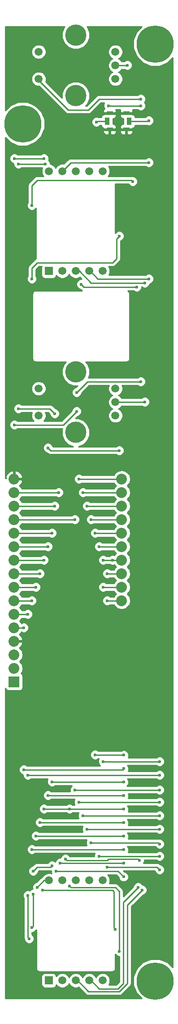
<source format=gbr>
G04 #@! TF.FileFunction,Copper,L1,Top,Signal*
%FSLAX46Y46*%
G04 Gerber Fmt 4.6, Leading zero omitted, Abs format (unit mm)*
G04 Created by KiCad (PCBNEW 4.0.4+e1-6308~48~ubuntu14.04.1-stable) date Sun Sep 25 16:17:57 2016*
%MOMM*%
%LPD*%
G01*
G04 APERTURE LIST*
%ADD10C,0.100000*%
%ADD11C,1.500000*%
%ADD12R,1.500000X1.500000*%
%ADD13C,4.000000*%
%ADD14O,2.032000X2.032000*%
%ADD15R,2.032000X2.032000*%
%ADD16R,1.150000X0.750000*%
%ADD17R,0.950000X1.400000*%
%ADD18C,7.000000*%
%ADD19C,0.600000*%
%ADD20C,0.250000*%
%ADD21C,0.254000*%
G04 APERTURE END LIST*
D10*
D11*
X108920000Y-27860000D03*
X111460000Y-27860000D03*
X114000000Y-27860000D03*
X116540000Y-27860000D03*
X119080000Y-27860000D03*
D12*
X108920000Y-46640000D03*
D11*
X111460000Y-46640000D03*
X119080000Y-46640000D03*
X116540000Y-46640000D03*
X114000000Y-46640000D03*
D13*
X114000000Y-65550000D03*
D11*
X107000000Y-73790000D03*
X121500000Y-68710000D03*
X121500000Y-71250000D03*
X121500000Y-73790000D03*
X107000000Y-68710000D03*
D13*
X114000000Y-76950000D03*
D14*
X122660000Y-108540000D03*
X122660000Y-106000000D03*
X122660000Y-103460000D03*
X122660000Y-100920000D03*
X122660000Y-98380000D03*
X122660000Y-95840000D03*
X122660000Y-93300000D03*
X122660000Y-90760000D03*
X122660000Y-88220000D03*
X122660000Y-85680000D03*
X102340000Y-85680000D03*
X102340000Y-88220000D03*
X102340000Y-90760000D03*
X102340000Y-93300000D03*
X102340000Y-95840000D03*
X102340000Y-98380000D03*
X102340000Y-100920000D03*
X102340000Y-103460000D03*
X102340000Y-106000000D03*
X102340000Y-108540000D03*
X102340000Y-111080000D03*
X102340000Y-113620000D03*
X102340000Y-116160000D03*
X102340000Y-118700000D03*
D15*
X102340000Y-123780000D03*
D14*
X102340000Y-121240000D03*
D16*
X123575000Y-20025000D03*
X120425000Y-20025000D03*
X123575000Y-16975000D03*
D17*
X119925000Y-18500000D03*
X124075000Y-18500000D03*
D16*
X120425000Y-16975000D03*
D13*
X114000000Y-2300000D03*
D11*
X107000000Y-10540000D03*
X121500000Y-5460000D03*
X121500000Y-8000000D03*
X121500000Y-10540000D03*
X107000000Y-5460000D03*
D13*
X114000000Y-13700000D03*
D11*
X108920000Y-161110000D03*
X111460000Y-161110000D03*
X114000000Y-161110000D03*
X116540000Y-161110000D03*
X119080000Y-161110000D03*
D12*
X108920000Y-179890000D03*
D11*
X111460000Y-179890000D03*
X119080000Y-179890000D03*
X116540000Y-179890000D03*
X114000000Y-179890000D03*
D18*
X129000000Y-4000000D03*
X104000000Y-19000000D03*
X129000000Y-180000000D03*
D19*
X127802000Y-18368000D03*
X126278000Y-14304000D03*
X123738000Y-7954000D03*
X127802000Y-26242000D03*
X127802000Y-48086000D03*
X119928000Y-103458000D03*
X117896000Y-18622000D03*
X127040000Y-48848000D03*
X127040000Y-71200000D03*
X122214000Y-80344000D03*
X108752000Y-79836000D03*
X119166000Y-100918000D03*
X126024000Y-157306000D03*
X112054000Y-157052000D03*
X120944000Y-100918000D03*
X125770000Y-162386000D03*
X126532000Y-162894000D03*
X118404000Y-156544000D03*
X129834000Y-156544000D03*
X118404000Y-98378000D03*
X116880000Y-154004000D03*
X129834000Y-154258000D03*
X116880000Y-93298000D03*
X116118000Y-151464000D03*
X129834000Y-151464000D03*
X116118000Y-90758000D03*
X115356000Y-148924000D03*
X129834000Y-148924000D03*
X115356000Y-88218000D03*
X114594000Y-146384000D03*
X129834000Y-146384000D03*
X114594000Y-85678000D03*
X113832000Y-144098000D03*
X129834000Y-144098000D03*
X113832000Y-93298000D03*
X129500000Y-136000000D03*
X105704000Y-34284000D03*
X124754000Y-29798000D03*
X105704000Y-169920000D03*
X109514000Y-158322000D03*
X105958000Y-159338000D03*
X105958000Y-163656000D03*
X123040000Y-142650000D03*
X109514000Y-142574000D03*
X109514000Y-95838000D03*
X121452000Y-170260000D03*
X107736000Y-162894000D03*
X123040000Y-145190000D03*
X108752000Y-145114000D03*
X108752000Y-98378000D03*
X122214000Y-40044000D03*
X105704000Y-48086000D03*
X112816000Y-147654000D03*
X122214000Y-174410000D03*
X112816000Y-162132000D03*
X123040000Y-147730000D03*
X107990000Y-100918000D03*
X107990000Y-147654000D03*
X104942000Y-163910000D03*
X105196000Y-172038000D03*
X123040000Y-150270000D03*
X107228000Y-150194000D03*
X107228000Y-103458000D03*
X108244000Y-26496000D03*
X103164000Y-26496000D03*
X110022000Y-73400000D03*
X103164000Y-72470000D03*
X123040000Y-152810000D03*
X106466000Y-105998000D03*
X106466000Y-152734000D03*
X102402000Y-25480000D03*
X107990000Y-25480000D03*
X114172000Y-72978000D03*
X102402000Y-75518000D03*
X123040000Y-155350000D03*
X105704000Y-108538000D03*
X105704000Y-155274000D03*
X120182000Y-15574000D03*
X126278000Y-15574000D03*
X114172000Y-69422000D03*
X126278000Y-67390000D03*
X123040000Y-157890000D03*
X110784000Y-88218000D03*
X111038000Y-157814000D03*
X115016000Y-49102000D03*
X125516000Y-49610000D03*
X123040000Y-160430000D03*
X110022000Y-90758000D03*
X110276000Y-159338000D03*
X119928000Y-158576000D03*
X129834000Y-159084000D03*
X119928000Y-108538000D03*
X106720000Y-162386000D03*
X123040000Y-137570000D03*
X117642000Y-95838000D03*
X117642000Y-137494000D03*
X123040000Y-140110000D03*
X104180000Y-113618000D03*
X104180000Y-140288000D03*
X119166000Y-138764000D03*
X129834000Y-138764000D03*
X119166000Y-105998000D03*
X104942000Y-141304000D03*
X129834000Y-141304000D03*
X104942000Y-111078000D03*
D20*
X124075000Y-18500000D02*
X127670000Y-18500000D01*
X127670000Y-18500000D02*
X127802000Y-18368000D01*
X107000000Y-10540000D02*
X107000000Y-10774000D01*
X107000000Y-10774000D02*
X112562000Y-16336000D01*
X112562000Y-16336000D02*
X116372000Y-16336000D01*
X116372000Y-16336000D02*
X118404000Y-14304000D01*
X118404000Y-14304000D02*
X126278000Y-14304000D01*
X121500000Y-8000000D02*
X123692000Y-8000000D01*
X123692000Y-8000000D02*
X123738000Y-7954000D01*
X111460000Y-27860000D02*
X111460000Y-27852000D01*
X111460000Y-27852000D02*
X113070000Y-26242000D01*
X113070000Y-26242000D02*
X127802000Y-26242000D01*
X116540000Y-46640000D02*
X116704000Y-46640000D01*
X116704000Y-46640000D02*
X118150000Y-48086000D01*
X118150000Y-48086000D02*
X127802000Y-48086000D01*
X119930000Y-103460000D02*
X119928000Y-103458000D01*
X122660000Y-103460000D02*
X119930000Y-103460000D01*
X119925000Y-18500000D02*
X118018000Y-18500000D01*
X118018000Y-18500000D02*
X117896000Y-18622000D01*
X114000000Y-46640000D02*
X114672000Y-46640000D01*
X114672000Y-46640000D02*
X116880000Y-48848000D01*
X116880000Y-48848000D02*
X127040000Y-48848000D01*
X121500000Y-71250000D02*
X126990000Y-71250000D01*
X126990000Y-71250000D02*
X127040000Y-71200000D01*
X109260000Y-80344000D02*
X122214000Y-80344000D01*
X108752000Y-79836000D02*
X109260000Y-80344000D01*
X120944000Y-100920000D02*
X119168000Y-100920000D01*
X119168000Y-100920000D02*
X119166000Y-100918000D01*
X125770000Y-157052000D02*
X126024000Y-157306000D01*
X120182000Y-157052000D02*
X125770000Y-157052000D01*
X119928000Y-157306000D02*
X120182000Y-157052000D01*
X112308000Y-157306000D02*
X119928000Y-157306000D01*
X112054000Y-157052000D02*
X112308000Y-157306000D01*
X120944000Y-100918000D02*
X120944000Y-100920000D01*
X120944000Y-100918000D02*
X120944000Y-100920000D01*
X122976000Y-180420000D02*
X122976000Y-165180000D01*
X121960000Y-181436000D02*
X122976000Y-180420000D01*
X118404000Y-181436000D02*
X121960000Y-181436000D01*
X118404000Y-181436000D02*
X116858000Y-179890000D01*
X125770000Y-162386000D02*
X122976000Y-165180000D01*
X116540000Y-179890000D02*
X116858000Y-179890000D01*
X122660000Y-100920000D02*
X120944000Y-100920000D01*
X123738000Y-180420000D02*
X123738000Y-165688000D01*
X122214000Y-181944000D02*
X123738000Y-180420000D01*
X116372000Y-181944000D02*
X122214000Y-181944000D01*
X116372000Y-181944000D02*
X114318000Y-179890000D01*
X126532000Y-162894000D02*
X123738000Y-165688000D01*
X114000000Y-179890000D02*
X114318000Y-179890000D01*
X129834000Y-156544000D02*
X118404000Y-156544000D01*
X122660000Y-98380000D02*
X118406000Y-98380000D01*
X118406000Y-98380000D02*
X118404000Y-98378000D01*
X129580000Y-154004000D02*
X116880000Y-154004000D01*
X129834000Y-154258000D02*
X129580000Y-154004000D01*
X122660000Y-93300000D02*
X116882000Y-93300000D01*
X116882000Y-93300000D02*
X116880000Y-93298000D01*
X129834000Y-151464000D02*
X116118000Y-151464000D01*
X122660000Y-90760000D02*
X116120000Y-90760000D01*
X116120000Y-90760000D02*
X116118000Y-90758000D01*
X129834000Y-148924000D02*
X115356000Y-148924000D01*
X122660000Y-88220000D02*
X115358000Y-88220000D01*
X115358000Y-88220000D02*
X115356000Y-88218000D01*
X129834000Y-146384000D02*
X114594000Y-146384000D01*
X122660000Y-85680000D02*
X114596000Y-85680000D01*
X114596000Y-85680000D02*
X114594000Y-85678000D01*
X129834000Y-144098000D02*
X113832000Y-144098000D01*
X102340000Y-93300000D02*
X113830000Y-93300000D01*
X113830000Y-93300000D02*
X113832000Y-93298000D01*
X124500000Y-29544000D02*
X124754000Y-29798000D01*
X106720000Y-29544000D02*
X124500000Y-29544000D01*
X105704000Y-30560000D02*
X106720000Y-29544000D01*
X105704000Y-30560000D02*
X105704000Y-34284000D01*
X109260000Y-158576000D02*
X109514000Y-158322000D01*
X106720000Y-158576000D02*
X109260000Y-158576000D01*
X105958000Y-159338000D02*
X106720000Y-158576000D01*
X105958000Y-169666000D02*
X105958000Y-163656000D01*
X105958000Y-169666000D02*
X105704000Y-169920000D01*
X122964000Y-142574000D02*
X109514000Y-142574000D01*
X122964000Y-142574000D02*
X123040000Y-142650000D01*
X102340000Y-95840000D02*
X109512000Y-95840000D01*
X109512000Y-95840000D02*
X109514000Y-95838000D01*
X121452000Y-170260000D02*
X121198000Y-170006000D01*
X121198000Y-170006000D02*
X121198000Y-163148000D01*
X121198000Y-163148000D02*
X120944000Y-162894000D01*
X120944000Y-162894000D02*
X107736000Y-162894000D01*
X108752000Y-145114000D02*
X122964000Y-145114000D01*
X122964000Y-145114000D02*
X123040000Y-145190000D01*
X102340000Y-98380000D02*
X108750000Y-98380000D01*
X108750000Y-98380000D02*
X108752000Y-98378000D01*
X121960000Y-40298000D02*
X122214000Y-40044000D01*
X105704000Y-46054000D02*
X105704000Y-48086000D01*
X106720000Y-45038000D02*
X105704000Y-46054000D01*
X120944000Y-45038000D02*
X106720000Y-45038000D01*
X121706000Y-44276000D02*
X120944000Y-45038000D01*
X121706000Y-40552000D02*
X121706000Y-44276000D01*
X122214000Y-40044000D02*
X121706000Y-40552000D01*
X113127998Y-162443998D02*
X112816000Y-162132000D01*
X121509998Y-162443998D02*
X113127998Y-162443998D01*
X122214000Y-163148000D02*
X121509998Y-162443998D01*
X122214000Y-163148000D02*
X122214000Y-174410000D01*
X107988000Y-100920000D02*
X107990000Y-100918000D01*
X102340000Y-100920000D02*
X107988000Y-100920000D01*
X122964000Y-147654000D02*
X112816000Y-147654000D01*
X112816000Y-147654000D02*
X107990000Y-147654000D01*
X122964000Y-147654000D02*
X123040000Y-147730000D01*
X105196000Y-172038000D02*
X104942000Y-171784000D01*
X104942000Y-171784000D02*
X104942000Y-163910000D01*
X122964000Y-150194000D02*
X107228000Y-150194000D01*
X122964000Y-150194000D02*
X123040000Y-150270000D01*
X102340000Y-103460000D02*
X107226000Y-103460000D01*
X107226000Y-103460000D02*
X107228000Y-103458000D01*
X103164000Y-26496000D02*
X108244000Y-26496000D01*
X103164000Y-72470000D02*
X109092000Y-72470000D01*
X109092000Y-72470000D02*
X110022000Y-73400000D01*
X106464000Y-106000000D02*
X106466000Y-105998000D01*
X102340000Y-106000000D02*
X106464000Y-106000000D01*
X122964000Y-152734000D02*
X106466000Y-152734000D01*
X122964000Y-152734000D02*
X123040000Y-152810000D01*
X107990000Y-25480000D02*
X102402000Y-25480000D01*
X102402000Y-75518000D02*
X111632000Y-75518000D01*
X111632000Y-75518000D02*
X114172000Y-72978000D01*
X105702000Y-108540000D02*
X105704000Y-108538000D01*
X102340000Y-108540000D02*
X105702000Y-108540000D01*
X122964000Y-155274000D02*
X105704000Y-155274000D01*
X122964000Y-155274000D02*
X123040000Y-155350000D01*
X120182000Y-15574000D02*
X120268000Y-15574000D01*
X120268000Y-15574000D02*
X126278000Y-15574000D01*
X126278000Y-67390000D02*
X116204000Y-67390000D01*
X116204000Y-67390000D02*
X114172000Y-69422000D01*
X110782000Y-88220000D02*
X110784000Y-88218000D01*
X102340000Y-88220000D02*
X110782000Y-88220000D01*
X122964000Y-157814000D02*
X111038000Y-157814000D01*
X122964000Y-157814000D02*
X123040000Y-157890000D01*
X125516000Y-49610000D02*
X115524000Y-49610000D01*
X115524000Y-49610000D02*
X115016000Y-49102000D01*
X110020000Y-90760000D02*
X110022000Y-90758000D01*
X102340000Y-90760000D02*
X110020000Y-90760000D01*
X121948000Y-159338000D02*
X110276000Y-159338000D01*
X121948000Y-159338000D02*
X123040000Y-160430000D01*
X129326000Y-158576000D02*
X119928000Y-158576000D01*
X129834000Y-159084000D02*
X129326000Y-158576000D01*
X119930000Y-108540000D02*
X122660000Y-108540000D01*
X119928000Y-108538000D02*
X119930000Y-108540000D01*
X106720000Y-162386000D02*
X107996000Y-161110000D01*
X107996000Y-161110000D02*
X108920000Y-161110000D01*
X117644000Y-95840000D02*
X117642000Y-95838000D01*
X122660000Y-95840000D02*
X117644000Y-95840000D01*
X122964000Y-137494000D02*
X117642000Y-137494000D01*
X122964000Y-137494000D02*
X123040000Y-137570000D01*
X104178000Y-113620000D02*
X104180000Y-113618000D01*
X102340000Y-113620000D02*
X104178000Y-113620000D01*
X122862000Y-140288000D02*
X104180000Y-140288000D01*
X122862000Y-140288000D02*
X123040000Y-140110000D01*
X129834000Y-138764000D02*
X119166000Y-138764000D01*
X122660000Y-106000000D02*
X119168000Y-106000000D01*
X119168000Y-106000000D02*
X119166000Y-105998000D01*
X129834000Y-141304000D02*
X104942000Y-141304000D01*
X102340000Y-111080000D02*
X104940000Y-111080000D01*
X104940000Y-111080000D02*
X104942000Y-111078000D01*
D21*
G36*
X111767458Y-805443D02*
X111365458Y-1773567D01*
X111364543Y-2821834D01*
X111764853Y-3790658D01*
X112505443Y-4532542D01*
X113473567Y-4934542D01*
X114521834Y-4935457D01*
X115490658Y-4535147D01*
X116232542Y-3794557D01*
X116634542Y-2826433D01*
X116635457Y-1778166D01*
X116235147Y-809342D01*
X116135978Y-710000D01*
X126442865Y-710000D01*
X125496562Y-1654653D01*
X124865720Y-3173889D01*
X124864284Y-4818894D01*
X125492474Y-6339229D01*
X126654653Y-7503438D01*
X128173889Y-8134280D01*
X129818894Y-8135716D01*
X131339229Y-7507526D01*
X132290000Y-6558413D01*
X132290000Y-177442865D01*
X131345347Y-176496562D01*
X129826111Y-175865720D01*
X128181106Y-175864284D01*
X126660771Y-176492474D01*
X125496562Y-177654653D01*
X124865720Y-179173889D01*
X124864284Y-180818894D01*
X125492474Y-182339229D01*
X126441587Y-183290000D01*
X100710000Y-183290000D01*
X100710000Y-140473167D01*
X103244838Y-140473167D01*
X103386883Y-140816943D01*
X103649673Y-141080192D01*
X103993201Y-141222838D01*
X104007070Y-141222850D01*
X104006838Y-141489167D01*
X104148883Y-141832943D01*
X104411673Y-142096192D01*
X104755201Y-142238838D01*
X105127167Y-142239162D01*
X105470943Y-142097117D01*
X105504118Y-142064000D01*
X108713367Y-142064000D01*
X108579162Y-142387201D01*
X108578838Y-142759167D01*
X108720883Y-143102943D01*
X108983673Y-143366192D01*
X109327201Y-143508838D01*
X109699167Y-143509162D01*
X110042943Y-143367117D01*
X110076118Y-143334000D01*
X113273889Y-143334000D01*
X113039808Y-143567673D01*
X112897162Y-143911201D01*
X112896838Y-144283167D01*
X112926106Y-144354000D01*
X109314463Y-144354000D01*
X109282327Y-144321808D01*
X108938799Y-144179162D01*
X108566833Y-144178838D01*
X108223057Y-144320883D01*
X107959808Y-144583673D01*
X107817162Y-144927201D01*
X107816838Y-145299167D01*
X107958883Y-145642943D01*
X108221673Y-145906192D01*
X108565201Y-146048838D01*
X108937167Y-146049162D01*
X109280943Y-145907117D01*
X109314118Y-145874000D01*
X113793367Y-145874000D01*
X113659162Y-146197201D01*
X113658838Y-146569167D01*
X113793056Y-146894000D01*
X113378463Y-146894000D01*
X113346327Y-146861808D01*
X113002799Y-146719162D01*
X112630833Y-146718838D01*
X112287057Y-146860883D01*
X112253882Y-146894000D01*
X108552463Y-146894000D01*
X108520327Y-146861808D01*
X108176799Y-146719162D01*
X107804833Y-146718838D01*
X107461057Y-146860883D01*
X107197808Y-147123673D01*
X107055162Y-147467201D01*
X107054838Y-147839167D01*
X107196883Y-148182943D01*
X107459673Y-148446192D01*
X107803201Y-148588838D01*
X108175167Y-148589162D01*
X108518943Y-148447117D01*
X108552118Y-148414000D01*
X112253537Y-148414000D01*
X112285673Y-148446192D01*
X112629201Y-148588838D01*
X113001167Y-148589162D01*
X113344943Y-148447117D01*
X113378118Y-148414000D01*
X114555367Y-148414000D01*
X114421162Y-148737201D01*
X114420838Y-149109167D01*
X114555056Y-149434000D01*
X107790463Y-149434000D01*
X107758327Y-149401808D01*
X107414799Y-149259162D01*
X107042833Y-149258838D01*
X106699057Y-149400883D01*
X106435808Y-149663673D01*
X106293162Y-150007201D01*
X106292838Y-150379167D01*
X106434883Y-150722943D01*
X106697673Y-150986192D01*
X107041201Y-151128838D01*
X107413167Y-151129162D01*
X107756943Y-150987117D01*
X107790118Y-150954000D01*
X115317367Y-150954000D01*
X115183162Y-151277201D01*
X115182838Y-151649167D01*
X115317056Y-151974000D01*
X107028463Y-151974000D01*
X106996327Y-151941808D01*
X106652799Y-151799162D01*
X106280833Y-151798838D01*
X105937057Y-151940883D01*
X105673808Y-152203673D01*
X105531162Y-152547201D01*
X105530838Y-152919167D01*
X105672883Y-153262943D01*
X105935673Y-153526192D01*
X106279201Y-153668838D01*
X106651167Y-153669162D01*
X106994943Y-153527117D01*
X107028118Y-153494000D01*
X116079367Y-153494000D01*
X115945162Y-153817201D01*
X115944838Y-154189167D01*
X116079056Y-154514000D01*
X106266463Y-154514000D01*
X106234327Y-154481808D01*
X105890799Y-154339162D01*
X105518833Y-154338838D01*
X105175057Y-154480883D01*
X104911808Y-154743673D01*
X104769162Y-155087201D01*
X104768838Y-155459167D01*
X104910883Y-155802943D01*
X105173673Y-156066192D01*
X105517201Y-156208838D01*
X105889167Y-156209162D01*
X106232943Y-156067117D01*
X106266118Y-156034000D01*
X117603367Y-156034000D01*
X117469162Y-156357201D01*
X117468998Y-156546000D01*
X112856597Y-156546000D01*
X112847117Y-156523057D01*
X112584327Y-156259808D01*
X112240799Y-156117162D01*
X111868833Y-156116838D01*
X111525057Y-156258883D01*
X111261808Y-156521673D01*
X111119162Y-156865201D01*
X111119150Y-156879070D01*
X110852833Y-156878838D01*
X110509057Y-157020883D01*
X110245808Y-157283673D01*
X110114439Y-157600043D01*
X110044327Y-157529808D01*
X109700799Y-157387162D01*
X109328833Y-157386838D01*
X108985057Y-157528883D01*
X108721808Y-157791673D01*
X108711706Y-157816000D01*
X106720000Y-157816000D01*
X106429161Y-157873852D01*
X106182599Y-158038599D01*
X105818320Y-158402878D01*
X105772833Y-158402838D01*
X105429057Y-158544883D01*
X105165808Y-158807673D01*
X105023162Y-159151201D01*
X105022838Y-159523167D01*
X105164883Y-159866943D01*
X105427673Y-160130192D01*
X105771201Y-160272838D01*
X106143167Y-160273162D01*
X106486943Y-160131117D01*
X106750192Y-159868327D01*
X106892838Y-159524799D01*
X106892879Y-159477923D01*
X107034802Y-159336000D01*
X109260000Y-159336000D01*
X109341015Y-159319885D01*
X109340838Y-159523167D01*
X109471477Y-159839337D01*
X109196702Y-159725241D01*
X108645715Y-159724760D01*
X108136485Y-159935169D01*
X107746539Y-160324436D01*
X107712509Y-160406390D01*
X107705161Y-160407852D01*
X107458599Y-160572598D01*
X106580320Y-161450878D01*
X106534833Y-161450838D01*
X106191057Y-161592883D01*
X105927808Y-161855673D01*
X105785162Y-162199201D01*
X105784838Y-162571167D01*
X105846707Y-162720902D01*
X105772833Y-162720838D01*
X105429057Y-162862883D01*
X105261417Y-163030230D01*
X105128799Y-162975162D01*
X104756833Y-162974838D01*
X104413057Y-163116883D01*
X104149808Y-163379673D01*
X104007162Y-163723201D01*
X104006838Y-164095167D01*
X104148883Y-164438943D01*
X104182000Y-164472118D01*
X104182000Y-171784000D01*
X104239852Y-172074839D01*
X104260940Y-172106399D01*
X104260838Y-172223167D01*
X104402883Y-172566943D01*
X104665673Y-172830192D01*
X105009201Y-172972838D01*
X105381167Y-172973162D01*
X105724943Y-172831117D01*
X105988192Y-172568327D01*
X106130838Y-172224799D01*
X106131162Y-171852833D01*
X105989117Y-171509057D01*
X105726327Y-171245808D01*
X105702000Y-171235706D01*
X105702000Y-170854999D01*
X105889167Y-170855162D01*
X106232943Y-170713117D01*
X106496192Y-170450327D01*
X106533500Y-170360480D01*
X106533500Y-177546000D01*
X106587546Y-177817705D01*
X106741454Y-178048046D01*
X106971795Y-178201954D01*
X107243500Y-178256000D01*
X120769000Y-178256000D01*
X121040705Y-178201954D01*
X121271046Y-178048046D01*
X121424954Y-177817705D01*
X121479000Y-177546000D01*
X121479000Y-174997162D01*
X121683673Y-175202192D01*
X122027201Y-175344838D01*
X122216000Y-175345002D01*
X122216000Y-180105198D01*
X121645198Y-180676000D01*
X120253024Y-180676000D01*
X120253461Y-180675564D01*
X120464759Y-180166702D01*
X120465240Y-179615715D01*
X120254831Y-179106485D01*
X119865564Y-178716539D01*
X119356702Y-178505241D01*
X118805715Y-178504760D01*
X118296485Y-178715169D01*
X117906539Y-179104436D01*
X117810024Y-179336870D01*
X117714831Y-179106485D01*
X117325564Y-178716539D01*
X116816702Y-178505241D01*
X116265715Y-178504760D01*
X115756485Y-178715169D01*
X115366539Y-179104436D01*
X115270024Y-179336870D01*
X115174831Y-179106485D01*
X114785564Y-178716539D01*
X114276702Y-178505241D01*
X113725715Y-178504760D01*
X113216485Y-178715169D01*
X112826539Y-179104436D01*
X112730024Y-179336870D01*
X112634831Y-179106485D01*
X112245564Y-178716539D01*
X111736702Y-178505241D01*
X111185715Y-178504760D01*
X110676485Y-178715169D01*
X110306920Y-179084091D01*
X110273162Y-178904683D01*
X110134090Y-178688559D01*
X109921890Y-178543569D01*
X109670000Y-178492560D01*
X108170000Y-178492560D01*
X107934683Y-178536838D01*
X107718559Y-178675910D01*
X107573569Y-178888110D01*
X107522560Y-179140000D01*
X107522560Y-180640000D01*
X107566838Y-180875317D01*
X107705910Y-181091441D01*
X107918110Y-181236431D01*
X108170000Y-181287440D01*
X109670000Y-181287440D01*
X109905317Y-181243162D01*
X110121441Y-181104090D01*
X110266431Y-180891890D01*
X110306355Y-180694738D01*
X110674436Y-181063461D01*
X111183298Y-181274759D01*
X111734285Y-181275240D01*
X112243515Y-181064831D01*
X112633461Y-180675564D01*
X112729976Y-180443130D01*
X112825169Y-180673515D01*
X113214436Y-181063461D01*
X113723298Y-181274759D01*
X114274285Y-181275240D01*
X114524890Y-181171692D01*
X115834599Y-182481401D01*
X116081161Y-182646148D01*
X116372000Y-182704000D01*
X122214000Y-182704000D01*
X122504839Y-182646148D01*
X122751401Y-182481401D01*
X124275401Y-180957401D01*
X124440148Y-180710840D01*
X124463757Y-180592148D01*
X124498000Y-180420000D01*
X124498000Y-166002802D01*
X126671680Y-163829122D01*
X126717167Y-163829162D01*
X127060943Y-163687117D01*
X127324192Y-163424327D01*
X127466838Y-163080799D01*
X127467162Y-162708833D01*
X127325117Y-162365057D01*
X127062327Y-162101808D01*
X126718799Y-161959162D01*
X126605265Y-161959063D01*
X126563117Y-161857057D01*
X126300327Y-161593808D01*
X125956799Y-161451162D01*
X125584833Y-161450838D01*
X125241057Y-161592883D01*
X124977808Y-161855673D01*
X124835162Y-162199201D01*
X124835121Y-162246077D01*
X122974000Y-164107198D01*
X122974000Y-163148000D01*
X122935381Y-162953852D01*
X122916148Y-162857160D01*
X122751401Y-162610599D01*
X122047399Y-161906597D01*
X121800837Y-161741850D01*
X121509998Y-161683998D01*
X120341311Y-161683998D01*
X120464759Y-161386702D01*
X120465240Y-160835715D01*
X120254831Y-160326485D01*
X120026744Y-160098000D01*
X121633198Y-160098000D01*
X122104878Y-160569680D01*
X122104838Y-160615167D01*
X122246883Y-160958943D01*
X122509673Y-161222192D01*
X122853201Y-161364838D01*
X123225167Y-161365162D01*
X123568943Y-161223117D01*
X123832192Y-160960327D01*
X123974838Y-160616799D01*
X123975162Y-160244833D01*
X123833117Y-159901057D01*
X123570327Y-159637808D01*
X123226799Y-159495162D01*
X123179923Y-159495121D01*
X123020802Y-159336000D01*
X128926453Y-159336000D01*
X129040883Y-159612943D01*
X129303673Y-159876192D01*
X129647201Y-160018838D01*
X130019167Y-160019162D01*
X130362943Y-159877117D01*
X130626192Y-159614327D01*
X130768838Y-159270799D01*
X130769162Y-158898833D01*
X130627117Y-158555057D01*
X130364327Y-158291808D01*
X130020799Y-158149162D01*
X129973923Y-158149121D01*
X129863401Y-158038599D01*
X129616839Y-157873852D01*
X129326000Y-157816000D01*
X126824633Y-157816000D01*
X126958838Y-157492799D01*
X126959002Y-157304000D01*
X129271537Y-157304000D01*
X129303673Y-157336192D01*
X129647201Y-157478838D01*
X130019167Y-157479162D01*
X130362943Y-157337117D01*
X130626192Y-157074327D01*
X130768838Y-156730799D01*
X130769162Y-156358833D01*
X130627117Y-156015057D01*
X130364327Y-155751808D01*
X130020799Y-155609162D01*
X129648833Y-155608838D01*
X129305057Y-155750883D01*
X129271882Y-155784000D01*
X123872191Y-155784000D01*
X123974838Y-155536799D01*
X123975162Y-155164833D01*
X123833117Y-154821057D01*
X123776159Y-154764000D01*
X129031403Y-154764000D01*
X129040883Y-154786943D01*
X129303673Y-155050192D01*
X129647201Y-155192838D01*
X130019167Y-155193162D01*
X130362943Y-155051117D01*
X130626192Y-154788327D01*
X130768838Y-154444799D01*
X130769162Y-154072833D01*
X130627117Y-153729057D01*
X130364327Y-153465808D01*
X130020799Y-153323162D01*
X129902578Y-153323059D01*
X129870839Y-153301852D01*
X129580000Y-153244000D01*
X123872191Y-153244000D01*
X123974838Y-152996799D01*
X123975162Y-152624833D01*
X123833117Y-152281057D01*
X123776159Y-152224000D01*
X129271537Y-152224000D01*
X129303673Y-152256192D01*
X129647201Y-152398838D01*
X130019167Y-152399162D01*
X130362943Y-152257117D01*
X130626192Y-151994327D01*
X130768838Y-151650799D01*
X130769162Y-151278833D01*
X130627117Y-150935057D01*
X130364327Y-150671808D01*
X130020799Y-150529162D01*
X129648833Y-150528838D01*
X129305057Y-150670883D01*
X129271882Y-150704000D01*
X123872191Y-150704000D01*
X123974838Y-150456799D01*
X123975162Y-150084833D01*
X123833117Y-149741057D01*
X123776159Y-149684000D01*
X129271537Y-149684000D01*
X129303673Y-149716192D01*
X129647201Y-149858838D01*
X130019167Y-149859162D01*
X130362943Y-149717117D01*
X130626192Y-149454327D01*
X130768838Y-149110799D01*
X130769162Y-148738833D01*
X130627117Y-148395057D01*
X130364327Y-148131808D01*
X130020799Y-147989162D01*
X129648833Y-147988838D01*
X129305057Y-148130883D01*
X129271882Y-148164000D01*
X123872191Y-148164000D01*
X123974838Y-147916799D01*
X123975162Y-147544833D01*
X123833117Y-147201057D01*
X123776159Y-147144000D01*
X129271537Y-147144000D01*
X129303673Y-147176192D01*
X129647201Y-147318838D01*
X130019167Y-147319162D01*
X130362943Y-147177117D01*
X130626192Y-146914327D01*
X130768838Y-146570799D01*
X130769162Y-146198833D01*
X130627117Y-145855057D01*
X130364327Y-145591808D01*
X130020799Y-145449162D01*
X129648833Y-145448838D01*
X129305057Y-145590883D01*
X129271882Y-145624000D01*
X123872191Y-145624000D01*
X123974838Y-145376799D01*
X123975162Y-145004833D01*
X123914492Y-144858000D01*
X129271537Y-144858000D01*
X129303673Y-144890192D01*
X129647201Y-145032838D01*
X130019167Y-145033162D01*
X130362943Y-144891117D01*
X130626192Y-144628327D01*
X130768838Y-144284799D01*
X130769162Y-143912833D01*
X130627117Y-143569057D01*
X130364327Y-143305808D01*
X130020799Y-143163162D01*
X129648833Y-143162838D01*
X129305057Y-143304883D01*
X129271882Y-143338000D01*
X123674244Y-143338000D01*
X123832192Y-143180327D01*
X123974838Y-142836799D01*
X123975162Y-142464833D01*
X123833117Y-142121057D01*
X123776159Y-142064000D01*
X129271537Y-142064000D01*
X129303673Y-142096192D01*
X129647201Y-142238838D01*
X130019167Y-142239162D01*
X130362943Y-142097117D01*
X130626192Y-141834327D01*
X130768838Y-141490799D01*
X130769162Y-141118833D01*
X130627117Y-140775057D01*
X130364327Y-140511808D01*
X130020799Y-140369162D01*
X129648833Y-140368838D01*
X129305057Y-140510883D01*
X129271882Y-140544000D01*
X123872191Y-140544000D01*
X123974838Y-140296799D01*
X123975162Y-139924833D01*
X123833117Y-139581057D01*
X123776159Y-139524000D01*
X129271537Y-139524000D01*
X129303673Y-139556192D01*
X129647201Y-139698838D01*
X130019167Y-139699162D01*
X130362943Y-139557117D01*
X130626192Y-139294327D01*
X130768838Y-138950799D01*
X130769162Y-138578833D01*
X130627117Y-138235057D01*
X130364327Y-137971808D01*
X130020799Y-137829162D01*
X129648833Y-137828838D01*
X129305057Y-137970883D01*
X129271882Y-138004000D01*
X123872191Y-138004000D01*
X123974838Y-137756799D01*
X123975162Y-137384833D01*
X123833117Y-137041057D01*
X123570327Y-136777808D01*
X123226799Y-136635162D01*
X122854833Y-136634838D01*
X122614842Y-136734000D01*
X118204463Y-136734000D01*
X118172327Y-136701808D01*
X117828799Y-136559162D01*
X117456833Y-136558838D01*
X117113057Y-136700883D01*
X116849808Y-136963673D01*
X116707162Y-137307201D01*
X116706838Y-137679167D01*
X116848883Y-138022943D01*
X117111673Y-138286192D01*
X117455201Y-138428838D01*
X117827167Y-138429162D01*
X118170943Y-138287117D01*
X118204118Y-138254000D01*
X118365367Y-138254000D01*
X118231162Y-138577201D01*
X118230838Y-138949167D01*
X118372883Y-139292943D01*
X118607530Y-139528000D01*
X104742463Y-139528000D01*
X104710327Y-139495808D01*
X104366799Y-139353162D01*
X103994833Y-139352838D01*
X103651057Y-139494883D01*
X103387808Y-139757673D01*
X103245162Y-140101201D01*
X103244838Y-140473167D01*
X100710000Y-140473167D01*
X100710000Y-124973718D01*
X100720838Y-125031317D01*
X100859910Y-125247441D01*
X101072110Y-125392431D01*
X101324000Y-125443440D01*
X103356000Y-125443440D01*
X103591317Y-125399162D01*
X103807441Y-125260090D01*
X103952431Y-125047890D01*
X104003440Y-124796000D01*
X104003440Y-122764000D01*
X103959162Y-122528683D01*
X103820090Y-122312559D01*
X103671163Y-122210802D01*
X103897670Y-121871810D01*
X104023345Y-121240000D01*
X103897670Y-120608190D01*
X103539778Y-120072567D01*
X103386276Y-119970000D01*
X103539778Y-119867433D01*
X103897670Y-119331810D01*
X104023345Y-118700000D01*
X103897670Y-118068190D01*
X103539778Y-117532567D01*
X103376646Y-117423565D01*
X103746385Y-117024818D01*
X103945975Y-116542944D01*
X103826836Y-116287000D01*
X102467000Y-116287000D01*
X102467000Y-116307000D01*
X102213000Y-116307000D01*
X102213000Y-116287000D01*
X102193000Y-116287000D01*
X102193000Y-116033000D01*
X102213000Y-116033000D01*
X102213000Y-116013000D01*
X102467000Y-116013000D01*
X102467000Y-116033000D01*
X103826836Y-116033000D01*
X103945975Y-115777056D01*
X103746385Y-115295182D01*
X103376646Y-114896435D01*
X103539778Y-114787433D01*
X103760964Y-114456404D01*
X103993201Y-114552838D01*
X104365167Y-114553162D01*
X104708943Y-114411117D01*
X104972192Y-114148327D01*
X105114838Y-113804799D01*
X105115162Y-113432833D01*
X104973117Y-113089057D01*
X104710327Y-112825808D01*
X104366799Y-112683162D01*
X103994833Y-112682838D01*
X103758804Y-112780363D01*
X103539778Y-112452567D01*
X103386276Y-112350000D01*
X103539778Y-112247433D01*
X103812016Y-111840000D01*
X104381534Y-111840000D01*
X104411673Y-111870192D01*
X104755201Y-112012838D01*
X105127167Y-112013162D01*
X105470943Y-111871117D01*
X105734192Y-111608327D01*
X105876838Y-111264799D01*
X105877162Y-110892833D01*
X105735117Y-110549057D01*
X105472327Y-110285808D01*
X105128799Y-110143162D01*
X104756833Y-110142838D01*
X104413057Y-110284883D01*
X104377879Y-110320000D01*
X103812016Y-110320000D01*
X103539778Y-109912567D01*
X103386276Y-109810000D01*
X103539778Y-109707433D01*
X103812016Y-109300000D01*
X105143534Y-109300000D01*
X105173673Y-109330192D01*
X105517201Y-109472838D01*
X105889167Y-109473162D01*
X106232943Y-109331117D01*
X106496192Y-109068327D01*
X106638838Y-108724799D01*
X106639162Y-108352833D01*
X106497117Y-108009057D01*
X106234327Y-107745808D01*
X105890799Y-107603162D01*
X105518833Y-107602838D01*
X105175057Y-107744883D01*
X105139879Y-107780000D01*
X103812016Y-107780000D01*
X103539778Y-107372567D01*
X103386276Y-107270000D01*
X103539778Y-107167433D01*
X103812016Y-106760000D01*
X105905534Y-106760000D01*
X105935673Y-106790192D01*
X106279201Y-106932838D01*
X106651167Y-106933162D01*
X106994943Y-106791117D01*
X107258192Y-106528327D01*
X107400838Y-106184799D01*
X107401162Y-105812833D01*
X107259117Y-105469057D01*
X106996327Y-105205808D01*
X106652799Y-105063162D01*
X106280833Y-105062838D01*
X105937057Y-105204883D01*
X105901879Y-105240000D01*
X103812016Y-105240000D01*
X103539778Y-104832567D01*
X103386276Y-104730000D01*
X103539778Y-104627433D01*
X103812016Y-104220000D01*
X106667534Y-104220000D01*
X106697673Y-104250192D01*
X107041201Y-104392838D01*
X107413167Y-104393162D01*
X107756943Y-104251117D01*
X108020192Y-103988327D01*
X108162838Y-103644799D01*
X108163162Y-103272833D01*
X108021117Y-102929057D01*
X107758327Y-102665808D01*
X107414799Y-102523162D01*
X107042833Y-102522838D01*
X106699057Y-102664883D01*
X106663879Y-102700000D01*
X103812016Y-102700000D01*
X103539778Y-102292567D01*
X103386276Y-102190000D01*
X103539778Y-102087433D01*
X103812016Y-101680000D01*
X107429534Y-101680000D01*
X107459673Y-101710192D01*
X107803201Y-101852838D01*
X108175167Y-101853162D01*
X108518943Y-101711117D01*
X108782192Y-101448327D01*
X108924838Y-101104799D01*
X108925162Y-100732833D01*
X108783117Y-100389057D01*
X108520327Y-100125808D01*
X108176799Y-99983162D01*
X107804833Y-99982838D01*
X107461057Y-100124883D01*
X107425879Y-100160000D01*
X103812016Y-100160000D01*
X103539778Y-99752567D01*
X103386276Y-99650000D01*
X103539778Y-99547433D01*
X103812016Y-99140000D01*
X108191534Y-99140000D01*
X108221673Y-99170192D01*
X108565201Y-99312838D01*
X108937167Y-99313162D01*
X109280943Y-99171117D01*
X109544192Y-98908327D01*
X109686838Y-98564799D01*
X109687162Y-98192833D01*
X109545117Y-97849057D01*
X109282327Y-97585808D01*
X108938799Y-97443162D01*
X108566833Y-97442838D01*
X108223057Y-97584883D01*
X108187879Y-97620000D01*
X103812016Y-97620000D01*
X103539778Y-97212567D01*
X103386276Y-97110000D01*
X103539778Y-97007433D01*
X103812016Y-96600000D01*
X108953534Y-96600000D01*
X108983673Y-96630192D01*
X109327201Y-96772838D01*
X109699167Y-96773162D01*
X110042943Y-96631117D01*
X110306192Y-96368327D01*
X110448838Y-96024799D01*
X110449162Y-95652833D01*
X110307117Y-95309057D01*
X110044327Y-95045808D01*
X109700799Y-94903162D01*
X109328833Y-94902838D01*
X108985057Y-95044883D01*
X108949879Y-95080000D01*
X103812016Y-95080000D01*
X103539778Y-94672567D01*
X103386276Y-94570000D01*
X103539778Y-94467433D01*
X103812016Y-94060000D01*
X113271534Y-94060000D01*
X113301673Y-94090192D01*
X113645201Y-94232838D01*
X114017167Y-94233162D01*
X114360943Y-94091117D01*
X114624192Y-93828327D01*
X114766838Y-93484799D01*
X114767162Y-93112833D01*
X114625117Y-92769057D01*
X114362327Y-92505808D01*
X114018799Y-92363162D01*
X113646833Y-92362838D01*
X113303057Y-92504883D01*
X113267879Y-92540000D01*
X103812016Y-92540000D01*
X103539778Y-92132567D01*
X103386276Y-92030000D01*
X103539778Y-91927433D01*
X103812016Y-91520000D01*
X109461534Y-91520000D01*
X109491673Y-91550192D01*
X109835201Y-91692838D01*
X110207167Y-91693162D01*
X110550943Y-91551117D01*
X110814192Y-91288327D01*
X110956838Y-90944799D01*
X110957162Y-90572833D01*
X110815117Y-90229057D01*
X110552327Y-89965808D01*
X110208799Y-89823162D01*
X109836833Y-89822838D01*
X109493057Y-89964883D01*
X109457879Y-90000000D01*
X103812016Y-90000000D01*
X103539778Y-89592567D01*
X103386276Y-89490000D01*
X103539778Y-89387433D01*
X103812016Y-88980000D01*
X110223534Y-88980000D01*
X110253673Y-89010192D01*
X110597201Y-89152838D01*
X110969167Y-89153162D01*
X111312943Y-89011117D01*
X111576192Y-88748327D01*
X111718838Y-88404799D01*
X111719162Y-88032833D01*
X111577117Y-87689057D01*
X111314327Y-87425808D01*
X110970799Y-87283162D01*
X110598833Y-87282838D01*
X110255057Y-87424883D01*
X110219879Y-87460000D01*
X103812016Y-87460000D01*
X103539778Y-87052567D01*
X103376646Y-86943565D01*
X103746385Y-86544818D01*
X103945975Y-86062944D01*
X103852982Y-85863167D01*
X113658838Y-85863167D01*
X113800883Y-86206943D01*
X114063673Y-86470192D01*
X114407201Y-86612838D01*
X114779167Y-86613162D01*
X115122943Y-86471117D01*
X115154114Y-86440000D01*
X121187984Y-86440000D01*
X121460222Y-86847433D01*
X121613724Y-86950000D01*
X121460222Y-87052567D01*
X121187984Y-87460000D01*
X115920459Y-87460000D01*
X115886327Y-87425808D01*
X115542799Y-87283162D01*
X115170833Y-87282838D01*
X114827057Y-87424883D01*
X114563808Y-87687673D01*
X114421162Y-88031201D01*
X114420838Y-88403167D01*
X114562883Y-88746943D01*
X114825673Y-89010192D01*
X115169201Y-89152838D01*
X115541167Y-89153162D01*
X115884943Y-89011117D01*
X115916114Y-88980000D01*
X121187984Y-88980000D01*
X121460222Y-89387433D01*
X121613724Y-89490000D01*
X121460222Y-89592567D01*
X121187984Y-90000000D01*
X116682459Y-90000000D01*
X116648327Y-89965808D01*
X116304799Y-89823162D01*
X115932833Y-89822838D01*
X115589057Y-89964883D01*
X115325808Y-90227673D01*
X115183162Y-90571201D01*
X115182838Y-90943167D01*
X115324883Y-91286943D01*
X115587673Y-91550192D01*
X115931201Y-91692838D01*
X116303167Y-91693162D01*
X116646943Y-91551117D01*
X116678114Y-91520000D01*
X121187984Y-91520000D01*
X121460222Y-91927433D01*
X121613724Y-92030000D01*
X121460222Y-92132567D01*
X121187984Y-92540000D01*
X117444459Y-92540000D01*
X117410327Y-92505808D01*
X117066799Y-92363162D01*
X116694833Y-92362838D01*
X116351057Y-92504883D01*
X116087808Y-92767673D01*
X115945162Y-93111201D01*
X115944838Y-93483167D01*
X116086883Y-93826943D01*
X116349673Y-94090192D01*
X116693201Y-94232838D01*
X117065167Y-94233162D01*
X117408943Y-94091117D01*
X117440114Y-94060000D01*
X121187984Y-94060000D01*
X121460222Y-94467433D01*
X121613724Y-94570000D01*
X121460222Y-94672567D01*
X121187984Y-95080000D01*
X118206459Y-95080000D01*
X118172327Y-95045808D01*
X117828799Y-94903162D01*
X117456833Y-94902838D01*
X117113057Y-95044883D01*
X116849808Y-95307673D01*
X116707162Y-95651201D01*
X116706838Y-96023167D01*
X116848883Y-96366943D01*
X117111673Y-96630192D01*
X117455201Y-96772838D01*
X117827167Y-96773162D01*
X118170943Y-96631117D01*
X118202114Y-96600000D01*
X121187984Y-96600000D01*
X121460222Y-97007433D01*
X121613724Y-97110000D01*
X121460222Y-97212567D01*
X121187984Y-97620000D01*
X118968459Y-97620000D01*
X118934327Y-97585808D01*
X118590799Y-97443162D01*
X118218833Y-97442838D01*
X117875057Y-97584883D01*
X117611808Y-97847673D01*
X117469162Y-98191201D01*
X117468838Y-98563167D01*
X117610883Y-98906943D01*
X117873673Y-99170192D01*
X118217201Y-99312838D01*
X118589167Y-99313162D01*
X118932943Y-99171117D01*
X118964114Y-99140000D01*
X121187984Y-99140000D01*
X121460222Y-99547433D01*
X121613724Y-99650000D01*
X121460222Y-99752567D01*
X121268060Y-100040158D01*
X121130799Y-99983162D01*
X120758833Y-99982838D01*
X120415057Y-100124883D01*
X120379879Y-100160000D01*
X119730459Y-100160000D01*
X119696327Y-100125808D01*
X119352799Y-99983162D01*
X118980833Y-99982838D01*
X118637057Y-100124883D01*
X118373808Y-100387673D01*
X118231162Y-100731201D01*
X118230838Y-101103167D01*
X118372883Y-101446943D01*
X118635673Y-101710192D01*
X118979201Y-101852838D01*
X119351167Y-101853162D01*
X119694943Y-101711117D01*
X119726114Y-101680000D01*
X120383534Y-101680000D01*
X120413673Y-101710192D01*
X120757201Y-101852838D01*
X121129167Y-101853162D01*
X121265929Y-101796653D01*
X121460222Y-102087433D01*
X121613724Y-102190000D01*
X121460222Y-102292567D01*
X121187984Y-102700000D01*
X120492459Y-102700000D01*
X120458327Y-102665808D01*
X120114799Y-102523162D01*
X119742833Y-102522838D01*
X119399057Y-102664883D01*
X119135808Y-102927673D01*
X118993162Y-103271201D01*
X118992838Y-103643167D01*
X119134883Y-103986943D01*
X119397673Y-104250192D01*
X119741201Y-104392838D01*
X120113167Y-104393162D01*
X120456943Y-104251117D01*
X120488114Y-104220000D01*
X121187984Y-104220000D01*
X121460222Y-104627433D01*
X121613724Y-104730000D01*
X121460222Y-104832567D01*
X121187984Y-105240000D01*
X119730459Y-105240000D01*
X119696327Y-105205808D01*
X119352799Y-105063162D01*
X118980833Y-105062838D01*
X118637057Y-105204883D01*
X118373808Y-105467673D01*
X118231162Y-105811201D01*
X118230838Y-106183167D01*
X118372883Y-106526943D01*
X118635673Y-106790192D01*
X118979201Y-106932838D01*
X119351167Y-106933162D01*
X119694943Y-106791117D01*
X119726114Y-106760000D01*
X121187984Y-106760000D01*
X121460222Y-107167433D01*
X121613724Y-107270000D01*
X121460222Y-107372567D01*
X121187984Y-107780000D01*
X120492459Y-107780000D01*
X120458327Y-107745808D01*
X120114799Y-107603162D01*
X119742833Y-107602838D01*
X119399057Y-107744883D01*
X119135808Y-108007673D01*
X118993162Y-108351201D01*
X118992838Y-108723167D01*
X119134883Y-109066943D01*
X119397673Y-109330192D01*
X119741201Y-109472838D01*
X120113167Y-109473162D01*
X120456943Y-109331117D01*
X120488114Y-109300000D01*
X121187984Y-109300000D01*
X121460222Y-109707433D01*
X121995845Y-110065325D01*
X122627655Y-110191000D01*
X122692345Y-110191000D01*
X123324155Y-110065325D01*
X123859778Y-109707433D01*
X124217670Y-109171810D01*
X124343345Y-108540000D01*
X124217670Y-107908190D01*
X123859778Y-107372567D01*
X123706276Y-107270000D01*
X123859778Y-107167433D01*
X124217670Y-106631810D01*
X124343345Y-106000000D01*
X124217670Y-105368190D01*
X123859778Y-104832567D01*
X123706276Y-104730000D01*
X123859778Y-104627433D01*
X124217670Y-104091810D01*
X124343345Y-103460000D01*
X124217670Y-102828190D01*
X123859778Y-102292567D01*
X123706276Y-102190000D01*
X123859778Y-102087433D01*
X124217670Y-101551810D01*
X124343345Y-100920000D01*
X124217670Y-100288190D01*
X123859778Y-99752567D01*
X123706276Y-99650000D01*
X123859778Y-99547433D01*
X124217670Y-99011810D01*
X124343345Y-98380000D01*
X124217670Y-97748190D01*
X123859778Y-97212567D01*
X123706276Y-97110000D01*
X123859778Y-97007433D01*
X124217670Y-96471810D01*
X124343345Y-95840000D01*
X124217670Y-95208190D01*
X123859778Y-94672567D01*
X123706276Y-94570000D01*
X123859778Y-94467433D01*
X124217670Y-93931810D01*
X124343345Y-93300000D01*
X124217670Y-92668190D01*
X123859778Y-92132567D01*
X123706276Y-92030000D01*
X123859778Y-91927433D01*
X124217670Y-91391810D01*
X124343345Y-90760000D01*
X124217670Y-90128190D01*
X123859778Y-89592567D01*
X123706276Y-89490000D01*
X123859778Y-89387433D01*
X124217670Y-88851810D01*
X124343345Y-88220000D01*
X124217670Y-87588190D01*
X123859778Y-87052567D01*
X123706276Y-86950000D01*
X123859778Y-86847433D01*
X124217670Y-86311810D01*
X124343345Y-85680000D01*
X124217670Y-85048190D01*
X123859778Y-84512567D01*
X123324155Y-84154675D01*
X122692345Y-84029000D01*
X122627655Y-84029000D01*
X121995845Y-84154675D01*
X121460222Y-84512567D01*
X121187984Y-84920000D01*
X115158459Y-84920000D01*
X115124327Y-84885808D01*
X114780799Y-84743162D01*
X114408833Y-84742838D01*
X114065057Y-84884883D01*
X113801808Y-85147673D01*
X113659162Y-85491201D01*
X113658838Y-85863167D01*
X103852982Y-85863167D01*
X103826836Y-85807000D01*
X102467000Y-85807000D01*
X102467000Y-85827000D01*
X102213000Y-85827000D01*
X102213000Y-85807000D01*
X102193000Y-85807000D01*
X102193000Y-85553000D01*
X102213000Y-85553000D01*
X102213000Y-84192633D01*
X102467000Y-84192633D01*
X102467000Y-85553000D01*
X103826836Y-85553000D01*
X103945975Y-85297056D01*
X103746385Y-84815182D01*
X103308379Y-84342812D01*
X102722946Y-84074017D01*
X102467000Y-84192633D01*
X102213000Y-84192633D01*
X101957054Y-84074017D01*
X101371621Y-84342812D01*
X100933615Y-84815182D01*
X100734025Y-85297056D01*
X100853163Y-85552998D01*
X100710000Y-85552998D01*
X100710000Y-75703167D01*
X101466838Y-75703167D01*
X101608883Y-76046943D01*
X101871673Y-76310192D01*
X102215201Y-76452838D01*
X102587167Y-76453162D01*
X102930943Y-76311117D01*
X102964118Y-76278000D01*
X111425903Y-76278000D01*
X111365458Y-76423567D01*
X111364543Y-77471834D01*
X111764853Y-78440658D01*
X112505443Y-79182542D01*
X113472262Y-79584000D01*
X109659547Y-79584000D01*
X109545117Y-79307057D01*
X109282327Y-79043808D01*
X108938799Y-78901162D01*
X108566833Y-78900838D01*
X108223057Y-79042883D01*
X107959808Y-79305673D01*
X107817162Y-79649201D01*
X107816838Y-80021167D01*
X107958883Y-80364943D01*
X108221673Y-80628192D01*
X108565201Y-80770838D01*
X108612077Y-80770879D01*
X108722599Y-80881401D01*
X108969161Y-81046148D01*
X109260000Y-81104000D01*
X121651537Y-81104000D01*
X121683673Y-81136192D01*
X122027201Y-81278838D01*
X122399167Y-81279162D01*
X122742943Y-81137117D01*
X123006192Y-80874327D01*
X123148838Y-80530799D01*
X123149162Y-80158833D01*
X123007117Y-79815057D01*
X122744327Y-79551808D01*
X122400799Y-79409162D01*
X122028833Y-79408838D01*
X121685057Y-79550883D01*
X121651882Y-79584000D01*
X114525360Y-79584000D01*
X115490658Y-79185147D01*
X116232542Y-78444557D01*
X116634542Y-77476433D01*
X116635457Y-76428166D01*
X116235147Y-75459342D01*
X115494557Y-74717458D01*
X114526433Y-74315458D01*
X113909882Y-74314920D01*
X114311680Y-73913122D01*
X114357167Y-73913162D01*
X114700943Y-73771117D01*
X114964192Y-73508327D01*
X115106838Y-73164799D01*
X115107162Y-72792833D01*
X114965117Y-72449057D01*
X114702327Y-72185808D01*
X114358799Y-72043162D01*
X113986833Y-72042838D01*
X113643057Y-72184883D01*
X113379808Y-72447673D01*
X113237162Y-72791201D01*
X113237121Y-72838077D01*
X111317198Y-74758000D01*
X107990707Y-74758000D01*
X108173461Y-74575564D01*
X108384759Y-74066702D01*
X108385240Y-73515715D01*
X108267185Y-73230000D01*
X108777198Y-73230000D01*
X109086878Y-73539680D01*
X109086838Y-73585167D01*
X109228883Y-73928943D01*
X109491673Y-74192192D01*
X109835201Y-74334838D01*
X110207167Y-74335162D01*
X110550943Y-74193117D01*
X110814192Y-73930327D01*
X110956838Y-73586799D01*
X110957162Y-73214833D01*
X110815117Y-72871057D01*
X110552327Y-72607808D01*
X110208799Y-72465162D01*
X110161923Y-72465121D01*
X109629401Y-71932599D01*
X109382839Y-71767852D01*
X109092000Y-71710000D01*
X103726463Y-71710000D01*
X103694327Y-71677808D01*
X103350799Y-71535162D01*
X102978833Y-71534838D01*
X102635057Y-71676883D01*
X102371808Y-71939673D01*
X102229162Y-72283201D01*
X102228838Y-72655167D01*
X102370883Y-72998943D01*
X102633673Y-73262192D01*
X102977201Y-73404838D01*
X103349167Y-73405162D01*
X103692943Y-73263117D01*
X103726118Y-73230000D01*
X105732877Y-73230000D01*
X105615241Y-73513298D01*
X105614760Y-74064285D01*
X105825169Y-74573515D01*
X106009333Y-74758000D01*
X102964463Y-74758000D01*
X102932327Y-74725808D01*
X102588799Y-74583162D01*
X102216833Y-74582838D01*
X101873057Y-74724883D01*
X101609808Y-74987673D01*
X101467162Y-75331201D01*
X101466838Y-75703167D01*
X100710000Y-75703167D01*
X100710000Y-68984285D01*
X105614760Y-68984285D01*
X105825169Y-69493515D01*
X106214436Y-69883461D01*
X106723298Y-70094759D01*
X107274285Y-70095240D01*
X107783515Y-69884831D01*
X108173461Y-69495564D01*
X108384759Y-68986702D01*
X108385240Y-68435715D01*
X108174831Y-67926485D01*
X107785564Y-67536539D01*
X107276702Y-67325241D01*
X106725715Y-67324760D01*
X106216485Y-67535169D01*
X105826539Y-67924436D01*
X105615241Y-68433298D01*
X105614760Y-68984285D01*
X100710000Y-68984285D01*
X100710000Y-25665167D01*
X101466838Y-25665167D01*
X101608883Y-26008943D01*
X101871673Y-26272192D01*
X102215201Y-26414838D01*
X102229070Y-26414850D01*
X102228838Y-26681167D01*
X102370883Y-27024943D01*
X102633673Y-27288192D01*
X102977201Y-27430838D01*
X103349167Y-27431162D01*
X103692943Y-27289117D01*
X103726118Y-27256000D01*
X107671147Y-27256000D01*
X107535241Y-27583298D01*
X107534760Y-28134285D01*
X107745169Y-28643515D01*
X107885409Y-28784000D01*
X106720000Y-28784000D01*
X106429161Y-28841852D01*
X106182599Y-29006599D01*
X105166599Y-30022599D01*
X105001852Y-30269161D01*
X104944000Y-30560000D01*
X104944000Y-33721537D01*
X104911808Y-33753673D01*
X104769162Y-34097201D01*
X104768838Y-34469167D01*
X104910883Y-34812943D01*
X105173673Y-35076192D01*
X105517201Y-35218838D01*
X105889167Y-35219162D01*
X106232943Y-35077117D01*
X106470000Y-34840473D01*
X106470000Y-44323000D01*
X106470905Y-44327549D01*
X106429161Y-44335852D01*
X106182599Y-44500599D01*
X105166599Y-45516599D01*
X105001852Y-45763161D01*
X104944000Y-46054000D01*
X104944000Y-47523537D01*
X104911808Y-47555673D01*
X104769162Y-47899201D01*
X104768838Y-48271167D01*
X104910883Y-48614943D01*
X105173673Y-48878192D01*
X105517201Y-49020838D01*
X105889167Y-49021162D01*
X106232943Y-48879117D01*
X106496192Y-48616327D01*
X106638838Y-48272799D01*
X106639162Y-47900833D01*
X106497117Y-47557057D01*
X106464000Y-47523882D01*
X106464000Y-46368802D01*
X107034802Y-45798000D01*
X107541190Y-45798000D01*
X107522560Y-45890000D01*
X107522560Y-47390000D01*
X107566838Y-47625317D01*
X107705910Y-47841441D01*
X107918110Y-47986431D01*
X108170000Y-48037440D01*
X109670000Y-48037440D01*
X109905317Y-47993162D01*
X110121441Y-47854090D01*
X110266431Y-47641890D01*
X110306355Y-47444738D01*
X110674436Y-47813461D01*
X111183298Y-48024759D01*
X111734285Y-48025240D01*
X112243515Y-47814831D01*
X112633461Y-47425564D01*
X112729976Y-47193130D01*
X112825169Y-47423515D01*
X113214436Y-47813461D01*
X113723298Y-48024759D01*
X114274285Y-48025240D01*
X114775387Y-47818189D01*
X115124292Y-48167094D01*
X114830833Y-48166838D01*
X114487057Y-48308883D01*
X114223808Y-48571673D01*
X114081162Y-48915201D01*
X114080838Y-49287167D01*
X114222883Y-49630943D01*
X114485673Y-49894192D01*
X114829201Y-50036838D01*
X114876077Y-50036879D01*
X114986599Y-50147401D01*
X115200014Y-50290000D01*
X106500000Y-50290000D01*
X106228295Y-50344046D01*
X105997954Y-50497954D01*
X105844046Y-50728295D01*
X105790000Y-51000000D01*
X105790000Y-63000000D01*
X105844046Y-63271705D01*
X105997954Y-63502046D01*
X106228295Y-63655954D01*
X106500000Y-63710000D01*
X112113505Y-63710000D01*
X111767458Y-64055443D01*
X111365458Y-65023567D01*
X111364543Y-66071834D01*
X111764853Y-67040658D01*
X112505443Y-67782542D01*
X113473567Y-68184542D01*
X114333905Y-68185293D01*
X114032320Y-68486878D01*
X113986833Y-68486838D01*
X113643057Y-68628883D01*
X113379808Y-68891673D01*
X113237162Y-69235201D01*
X113236838Y-69607167D01*
X113378883Y-69950943D01*
X113641673Y-70214192D01*
X113985201Y-70356838D01*
X114357167Y-70357162D01*
X114700943Y-70215117D01*
X114964192Y-69952327D01*
X115106838Y-69608799D01*
X115106879Y-69561923D01*
X116518802Y-68150000D01*
X120232877Y-68150000D01*
X120115241Y-68433298D01*
X120114760Y-68984285D01*
X120325169Y-69493515D01*
X120714436Y-69883461D01*
X120946870Y-69979976D01*
X120716485Y-70075169D01*
X120326539Y-70464436D01*
X120115241Y-70973298D01*
X120114760Y-71524285D01*
X120325169Y-72033515D01*
X120714436Y-72423461D01*
X120946870Y-72519976D01*
X120716485Y-72615169D01*
X120326539Y-73004436D01*
X120115241Y-73513298D01*
X120114760Y-74064285D01*
X120325169Y-74573515D01*
X120714436Y-74963461D01*
X121223298Y-75174759D01*
X121774285Y-75175240D01*
X122283515Y-74964831D01*
X122673461Y-74575564D01*
X122884759Y-74066702D01*
X122885240Y-73515715D01*
X122674831Y-73006485D01*
X122285564Y-72616539D01*
X122053130Y-72520024D01*
X122283515Y-72424831D01*
X122673461Y-72035564D01*
X122684076Y-72010000D01*
X126552559Y-72010000D01*
X126853201Y-72134838D01*
X127225167Y-72135162D01*
X127568943Y-71993117D01*
X127832192Y-71730327D01*
X127974838Y-71386799D01*
X127975162Y-71014833D01*
X127833117Y-70671057D01*
X127570327Y-70407808D01*
X127226799Y-70265162D01*
X126854833Y-70264838D01*
X126511057Y-70406883D01*
X126427795Y-70490000D01*
X122684547Y-70490000D01*
X122674831Y-70466485D01*
X122285564Y-70076539D01*
X122053130Y-69980024D01*
X122283515Y-69884831D01*
X122673461Y-69495564D01*
X122884759Y-68986702D01*
X122885240Y-68435715D01*
X122767185Y-68150000D01*
X125715537Y-68150000D01*
X125747673Y-68182192D01*
X126091201Y-68324838D01*
X126463167Y-68325162D01*
X126806943Y-68183117D01*
X127070192Y-67920327D01*
X127212838Y-67576799D01*
X127213162Y-67204833D01*
X127071117Y-66861057D01*
X126808327Y-66597808D01*
X126464799Y-66455162D01*
X126092833Y-66454838D01*
X125749057Y-66596883D01*
X125715882Y-66630000D01*
X116404681Y-66630000D01*
X116634542Y-66076433D01*
X116635457Y-65028166D01*
X116235147Y-64059342D01*
X115886414Y-63710000D01*
X123500000Y-63710000D01*
X123771705Y-63655954D01*
X124002046Y-63502046D01*
X124155954Y-63271705D01*
X124210000Y-63000000D01*
X124210000Y-51000000D01*
X124155954Y-50728295D01*
X124002046Y-50497954D01*
X123810548Y-50370000D01*
X124953537Y-50370000D01*
X124985673Y-50402192D01*
X125329201Y-50544838D01*
X125701167Y-50545162D01*
X126044943Y-50403117D01*
X126308192Y-50140327D01*
X126450838Y-49796799D01*
X126451002Y-49608000D01*
X126477537Y-49608000D01*
X126509673Y-49640192D01*
X126853201Y-49782838D01*
X127225167Y-49783162D01*
X127568943Y-49641117D01*
X127832192Y-49378327D01*
X127974838Y-49034799D01*
X127974850Y-49021151D01*
X127987167Y-49021162D01*
X128330943Y-48879117D01*
X128594192Y-48616327D01*
X128736838Y-48272799D01*
X128737162Y-47900833D01*
X128595117Y-47557057D01*
X128332327Y-47293808D01*
X127988799Y-47151162D01*
X127616833Y-47150838D01*
X127273057Y-47292883D01*
X127239882Y-47326000D01*
X120294804Y-47326000D01*
X120464759Y-46916702D01*
X120465240Y-46365715D01*
X120254831Y-45856485D01*
X120196448Y-45798000D01*
X120944000Y-45798000D01*
X121234839Y-45740148D01*
X121481401Y-45575401D01*
X122243401Y-44813401D01*
X122408148Y-44566839D01*
X122466000Y-44276000D01*
X122466000Y-40951547D01*
X122742943Y-40837117D01*
X123006192Y-40574327D01*
X123148838Y-40230799D01*
X123149162Y-39858833D01*
X123007117Y-39515057D01*
X122744327Y-39251808D01*
X122400799Y-39109162D01*
X122028833Y-39108838D01*
X121685057Y-39250883D01*
X121479000Y-39456581D01*
X121479000Y-30304000D01*
X123951403Y-30304000D01*
X123960883Y-30326943D01*
X124223673Y-30590192D01*
X124567201Y-30732838D01*
X124939167Y-30733162D01*
X125282943Y-30591117D01*
X125546192Y-30328327D01*
X125688838Y-29984799D01*
X125689162Y-29612833D01*
X125547117Y-29269057D01*
X125284327Y-29005808D01*
X124940799Y-28863162D01*
X124822578Y-28863059D01*
X124790839Y-28841852D01*
X124500000Y-28784000D01*
X120114784Y-28784000D01*
X120253461Y-28645564D01*
X120464759Y-28136702D01*
X120465240Y-27585715D01*
X120254831Y-27076485D01*
X120180476Y-27002000D01*
X127239537Y-27002000D01*
X127271673Y-27034192D01*
X127615201Y-27176838D01*
X127987167Y-27177162D01*
X128330943Y-27035117D01*
X128594192Y-26772327D01*
X128736838Y-26428799D01*
X128737162Y-26056833D01*
X128595117Y-25713057D01*
X128332327Y-25449808D01*
X127988799Y-25307162D01*
X127616833Y-25306838D01*
X127273057Y-25448883D01*
X127239882Y-25482000D01*
X113070000Y-25482000D01*
X112779161Y-25539852D01*
X112532599Y-25704599D01*
X111754547Y-26482651D01*
X111736702Y-26475241D01*
X111185715Y-26474760D01*
X110676485Y-26685169D01*
X110286539Y-27074436D01*
X110190024Y-27306870D01*
X110094831Y-27076485D01*
X109705564Y-26686539D01*
X109196702Y-26475241D01*
X109179019Y-26475226D01*
X109179162Y-26310833D01*
X109037117Y-25967057D01*
X108869770Y-25799417D01*
X108924838Y-25666799D01*
X108925162Y-25294833D01*
X108783117Y-24951057D01*
X108520327Y-24687808D01*
X108176799Y-24545162D01*
X107804833Y-24544838D01*
X107461057Y-24686883D01*
X107427882Y-24720000D01*
X102964463Y-24720000D01*
X102932327Y-24687808D01*
X102588799Y-24545162D01*
X102216833Y-24544838D01*
X101873057Y-24686883D01*
X101609808Y-24949673D01*
X101467162Y-25293201D01*
X101466838Y-25665167D01*
X100710000Y-25665167D01*
X100710000Y-21557135D01*
X101654653Y-22503438D01*
X103173889Y-23134280D01*
X104818894Y-23135716D01*
X106339229Y-22507526D01*
X107503438Y-21345347D01*
X107933040Y-20310750D01*
X119215000Y-20310750D01*
X119215000Y-20526310D01*
X119311673Y-20759699D01*
X119490302Y-20938327D01*
X119723691Y-21035000D01*
X120139250Y-21035000D01*
X120298000Y-20876250D01*
X120298000Y-20152000D01*
X120552000Y-20152000D01*
X120552000Y-20876250D01*
X120710750Y-21035000D01*
X121126309Y-21035000D01*
X121359698Y-20938327D01*
X121538327Y-20759699D01*
X121635000Y-20526310D01*
X121635000Y-20310750D01*
X122365000Y-20310750D01*
X122365000Y-20526310D01*
X122461673Y-20759699D01*
X122640302Y-20938327D01*
X122873691Y-21035000D01*
X123289250Y-21035000D01*
X123448000Y-20876250D01*
X123448000Y-20152000D01*
X123702000Y-20152000D01*
X123702000Y-20876250D01*
X123860750Y-21035000D01*
X124276309Y-21035000D01*
X124509698Y-20938327D01*
X124688327Y-20759699D01*
X124785000Y-20526310D01*
X124785000Y-20310750D01*
X124626250Y-20152000D01*
X123702000Y-20152000D01*
X123448000Y-20152000D01*
X122523750Y-20152000D01*
X122365000Y-20310750D01*
X121635000Y-20310750D01*
X121476250Y-20152000D01*
X120552000Y-20152000D01*
X120298000Y-20152000D01*
X119373750Y-20152000D01*
X119215000Y-20310750D01*
X107933040Y-20310750D01*
X108134280Y-19826111D01*
X108135169Y-18807167D01*
X116960838Y-18807167D01*
X117102883Y-19150943D01*
X117365673Y-19414192D01*
X117709201Y-19556838D01*
X118081167Y-19557162D01*
X118424943Y-19415117D01*
X118580331Y-19260000D01*
X118813850Y-19260000D01*
X118846838Y-19435317D01*
X118985910Y-19651441D01*
X119198110Y-19796431D01*
X119290990Y-19815240D01*
X119373750Y-19898000D01*
X120298000Y-19898000D01*
X120298000Y-19878000D01*
X120552000Y-19878000D01*
X120552000Y-19898000D01*
X121476250Y-19898000D01*
X121635000Y-19739250D01*
X121635000Y-19523690D01*
X121538327Y-19290301D01*
X121359698Y-19111673D01*
X121126309Y-19015000D01*
X121047440Y-19015000D01*
X121047440Y-17985000D01*
X121126309Y-17985000D01*
X121359698Y-17888327D01*
X121538327Y-17709699D01*
X121635000Y-17476310D01*
X121635000Y-17260750D01*
X122365000Y-17260750D01*
X122365000Y-17476310D01*
X122461673Y-17709699D01*
X122640302Y-17888327D01*
X122873691Y-17985000D01*
X122952560Y-17985000D01*
X122952560Y-19015000D01*
X122873691Y-19015000D01*
X122640302Y-19111673D01*
X122461673Y-19290301D01*
X122365000Y-19523690D01*
X122365000Y-19739250D01*
X122523750Y-19898000D01*
X123448000Y-19898000D01*
X123448000Y-19878000D01*
X123702000Y-19878000D01*
X123702000Y-19898000D01*
X124626250Y-19898000D01*
X124706201Y-19818049D01*
X124785317Y-19803162D01*
X125001441Y-19664090D01*
X125146431Y-19451890D01*
X125185290Y-19260000D01*
X127512036Y-19260000D01*
X127615201Y-19302838D01*
X127987167Y-19303162D01*
X128330943Y-19161117D01*
X128594192Y-18898327D01*
X128736838Y-18554799D01*
X128737162Y-18182833D01*
X128595117Y-17839057D01*
X128332327Y-17575808D01*
X127988799Y-17433162D01*
X127616833Y-17432838D01*
X127273057Y-17574883D01*
X127107652Y-17740000D01*
X125186150Y-17740000D01*
X125153162Y-17564683D01*
X125014090Y-17348559D01*
X124801890Y-17203569D01*
X124709010Y-17184760D01*
X124626250Y-17102000D01*
X123702000Y-17102000D01*
X123702000Y-17122000D01*
X123448000Y-17122000D01*
X123448000Y-17102000D01*
X122523750Y-17102000D01*
X122365000Y-17260750D01*
X121635000Y-17260750D01*
X121476250Y-17102000D01*
X120552000Y-17102000D01*
X120552000Y-17122000D01*
X120298000Y-17122000D01*
X120298000Y-17102000D01*
X119373750Y-17102000D01*
X119293799Y-17181951D01*
X119214683Y-17196838D01*
X118998559Y-17335910D01*
X118853569Y-17548110D01*
X118814710Y-17740000D01*
X118210046Y-17740000D01*
X118082799Y-17687162D01*
X117710833Y-17686838D01*
X117367057Y-17828883D01*
X117103808Y-18091673D01*
X116961162Y-18435201D01*
X116960838Y-18807167D01*
X108135169Y-18807167D01*
X108135716Y-18181106D01*
X107507526Y-16660771D01*
X106345347Y-15496562D01*
X104826111Y-14865720D01*
X103181106Y-14864284D01*
X101660771Y-15492474D01*
X100710000Y-16441587D01*
X100710000Y-10814285D01*
X105614760Y-10814285D01*
X105825169Y-11323515D01*
X106214436Y-11713461D01*
X106723298Y-11924759D01*
X107076265Y-11925067D01*
X112024599Y-16873401D01*
X112271161Y-17038148D01*
X112562000Y-17096000D01*
X116372000Y-17096000D01*
X116662839Y-17038148D01*
X116909401Y-16873401D01*
X118718802Y-15064000D01*
X119381367Y-15064000D01*
X119247162Y-15387201D01*
X119246838Y-15759167D01*
X119388883Y-16102943D01*
X119418931Y-16133044D01*
X119311673Y-16240301D01*
X119215000Y-16473690D01*
X119215000Y-16689250D01*
X119373750Y-16848000D01*
X120298000Y-16848000D01*
X120298000Y-16828000D01*
X120552000Y-16828000D01*
X120552000Y-16848000D01*
X121476250Y-16848000D01*
X121635000Y-16689250D01*
X121635000Y-16473690D01*
X121577138Y-16334000D01*
X122422862Y-16334000D01*
X122365000Y-16473690D01*
X122365000Y-16689250D01*
X122523750Y-16848000D01*
X123448000Y-16848000D01*
X123448000Y-16828000D01*
X123702000Y-16828000D01*
X123702000Y-16848000D01*
X124626250Y-16848000D01*
X124785000Y-16689250D01*
X124785000Y-16473690D01*
X124727138Y-16334000D01*
X125715537Y-16334000D01*
X125747673Y-16366192D01*
X126091201Y-16508838D01*
X126463167Y-16509162D01*
X126806943Y-16367117D01*
X127070192Y-16104327D01*
X127212838Y-15760799D01*
X127213162Y-15388833D01*
X127071117Y-15045057D01*
X126965290Y-14939046D01*
X127070192Y-14834327D01*
X127212838Y-14490799D01*
X127213162Y-14118833D01*
X127071117Y-13775057D01*
X126808327Y-13511808D01*
X126464799Y-13369162D01*
X126092833Y-13368838D01*
X125749057Y-13510883D01*
X125715882Y-13544000D01*
X118404000Y-13544000D01*
X118113161Y-13601852D01*
X117866599Y-13766599D01*
X116057198Y-15576000D01*
X115850433Y-15576000D01*
X116232542Y-15194557D01*
X116634542Y-14226433D01*
X116635457Y-13178166D01*
X116235147Y-12209342D01*
X115494557Y-11467458D01*
X114526433Y-11065458D01*
X113478166Y-11064543D01*
X112509342Y-11464853D01*
X111767458Y-12205443D01*
X111365458Y-13173567D01*
X111364681Y-14063879D01*
X108306345Y-11005543D01*
X108384759Y-10816702D01*
X108385240Y-10265715D01*
X108174831Y-9756485D01*
X107785564Y-9366539D01*
X107276702Y-9155241D01*
X106725715Y-9154760D01*
X106216485Y-9365169D01*
X105826539Y-9754436D01*
X105615241Y-10263298D01*
X105614760Y-10814285D01*
X100710000Y-10814285D01*
X100710000Y-5734285D01*
X105614760Y-5734285D01*
X105825169Y-6243515D01*
X106214436Y-6633461D01*
X106723298Y-6844759D01*
X107274285Y-6845240D01*
X107783515Y-6634831D01*
X108173461Y-6245564D01*
X108384759Y-5736702D01*
X108384761Y-5734285D01*
X120114760Y-5734285D01*
X120325169Y-6243515D01*
X120714436Y-6633461D01*
X120946870Y-6729976D01*
X120716485Y-6825169D01*
X120326539Y-7214436D01*
X120115241Y-7723298D01*
X120114760Y-8274285D01*
X120325169Y-8783515D01*
X120714436Y-9173461D01*
X120946870Y-9269976D01*
X120716485Y-9365169D01*
X120326539Y-9754436D01*
X120115241Y-10263298D01*
X120114760Y-10814285D01*
X120325169Y-11323515D01*
X120714436Y-11713461D01*
X121223298Y-11924759D01*
X121774285Y-11925240D01*
X122283515Y-11714831D01*
X122673461Y-11325564D01*
X122884759Y-10816702D01*
X122885240Y-10265715D01*
X122674831Y-9756485D01*
X122285564Y-9366539D01*
X122053130Y-9270024D01*
X122283515Y-9174831D01*
X122673461Y-8785564D01*
X122684076Y-8760000D01*
X123240926Y-8760000D01*
X123551201Y-8888838D01*
X123923167Y-8889162D01*
X124266943Y-8747117D01*
X124530192Y-8484327D01*
X124672838Y-8140799D01*
X124673162Y-7768833D01*
X124531117Y-7425057D01*
X124268327Y-7161808D01*
X123924799Y-7019162D01*
X123552833Y-7018838D01*
X123209057Y-7160883D01*
X123129802Y-7240000D01*
X122684547Y-7240000D01*
X122674831Y-7216485D01*
X122285564Y-6826539D01*
X122053130Y-6730024D01*
X122283515Y-6634831D01*
X122673461Y-6245564D01*
X122884759Y-5736702D01*
X122885240Y-5185715D01*
X122674831Y-4676485D01*
X122285564Y-4286539D01*
X121776702Y-4075241D01*
X121225715Y-4074760D01*
X120716485Y-4285169D01*
X120326539Y-4674436D01*
X120115241Y-5183298D01*
X120114760Y-5734285D01*
X108384761Y-5734285D01*
X108385240Y-5185715D01*
X108174831Y-4676485D01*
X107785564Y-4286539D01*
X107276702Y-4075241D01*
X106725715Y-4074760D01*
X106216485Y-4285169D01*
X105826539Y-4674436D01*
X105615241Y-5183298D01*
X105614760Y-5734285D01*
X100710000Y-5734285D01*
X100710000Y-710000D01*
X111863068Y-710000D01*
X111767458Y-805443D01*
X111767458Y-805443D01*
G37*
X111767458Y-805443D02*
X111365458Y-1773567D01*
X111364543Y-2821834D01*
X111764853Y-3790658D01*
X112505443Y-4532542D01*
X113473567Y-4934542D01*
X114521834Y-4935457D01*
X115490658Y-4535147D01*
X116232542Y-3794557D01*
X116634542Y-2826433D01*
X116635457Y-1778166D01*
X116235147Y-809342D01*
X116135978Y-710000D01*
X126442865Y-710000D01*
X125496562Y-1654653D01*
X124865720Y-3173889D01*
X124864284Y-4818894D01*
X125492474Y-6339229D01*
X126654653Y-7503438D01*
X128173889Y-8134280D01*
X129818894Y-8135716D01*
X131339229Y-7507526D01*
X132290000Y-6558413D01*
X132290000Y-177442865D01*
X131345347Y-176496562D01*
X129826111Y-175865720D01*
X128181106Y-175864284D01*
X126660771Y-176492474D01*
X125496562Y-177654653D01*
X124865720Y-179173889D01*
X124864284Y-180818894D01*
X125492474Y-182339229D01*
X126441587Y-183290000D01*
X100710000Y-183290000D01*
X100710000Y-140473167D01*
X103244838Y-140473167D01*
X103386883Y-140816943D01*
X103649673Y-141080192D01*
X103993201Y-141222838D01*
X104007070Y-141222850D01*
X104006838Y-141489167D01*
X104148883Y-141832943D01*
X104411673Y-142096192D01*
X104755201Y-142238838D01*
X105127167Y-142239162D01*
X105470943Y-142097117D01*
X105504118Y-142064000D01*
X108713367Y-142064000D01*
X108579162Y-142387201D01*
X108578838Y-142759167D01*
X108720883Y-143102943D01*
X108983673Y-143366192D01*
X109327201Y-143508838D01*
X109699167Y-143509162D01*
X110042943Y-143367117D01*
X110076118Y-143334000D01*
X113273889Y-143334000D01*
X113039808Y-143567673D01*
X112897162Y-143911201D01*
X112896838Y-144283167D01*
X112926106Y-144354000D01*
X109314463Y-144354000D01*
X109282327Y-144321808D01*
X108938799Y-144179162D01*
X108566833Y-144178838D01*
X108223057Y-144320883D01*
X107959808Y-144583673D01*
X107817162Y-144927201D01*
X107816838Y-145299167D01*
X107958883Y-145642943D01*
X108221673Y-145906192D01*
X108565201Y-146048838D01*
X108937167Y-146049162D01*
X109280943Y-145907117D01*
X109314118Y-145874000D01*
X113793367Y-145874000D01*
X113659162Y-146197201D01*
X113658838Y-146569167D01*
X113793056Y-146894000D01*
X113378463Y-146894000D01*
X113346327Y-146861808D01*
X113002799Y-146719162D01*
X112630833Y-146718838D01*
X112287057Y-146860883D01*
X112253882Y-146894000D01*
X108552463Y-146894000D01*
X108520327Y-146861808D01*
X108176799Y-146719162D01*
X107804833Y-146718838D01*
X107461057Y-146860883D01*
X107197808Y-147123673D01*
X107055162Y-147467201D01*
X107054838Y-147839167D01*
X107196883Y-148182943D01*
X107459673Y-148446192D01*
X107803201Y-148588838D01*
X108175167Y-148589162D01*
X108518943Y-148447117D01*
X108552118Y-148414000D01*
X112253537Y-148414000D01*
X112285673Y-148446192D01*
X112629201Y-148588838D01*
X113001167Y-148589162D01*
X113344943Y-148447117D01*
X113378118Y-148414000D01*
X114555367Y-148414000D01*
X114421162Y-148737201D01*
X114420838Y-149109167D01*
X114555056Y-149434000D01*
X107790463Y-149434000D01*
X107758327Y-149401808D01*
X107414799Y-149259162D01*
X107042833Y-149258838D01*
X106699057Y-149400883D01*
X106435808Y-149663673D01*
X106293162Y-150007201D01*
X106292838Y-150379167D01*
X106434883Y-150722943D01*
X106697673Y-150986192D01*
X107041201Y-151128838D01*
X107413167Y-151129162D01*
X107756943Y-150987117D01*
X107790118Y-150954000D01*
X115317367Y-150954000D01*
X115183162Y-151277201D01*
X115182838Y-151649167D01*
X115317056Y-151974000D01*
X107028463Y-151974000D01*
X106996327Y-151941808D01*
X106652799Y-151799162D01*
X106280833Y-151798838D01*
X105937057Y-151940883D01*
X105673808Y-152203673D01*
X105531162Y-152547201D01*
X105530838Y-152919167D01*
X105672883Y-153262943D01*
X105935673Y-153526192D01*
X106279201Y-153668838D01*
X106651167Y-153669162D01*
X106994943Y-153527117D01*
X107028118Y-153494000D01*
X116079367Y-153494000D01*
X115945162Y-153817201D01*
X115944838Y-154189167D01*
X116079056Y-154514000D01*
X106266463Y-154514000D01*
X106234327Y-154481808D01*
X105890799Y-154339162D01*
X105518833Y-154338838D01*
X105175057Y-154480883D01*
X104911808Y-154743673D01*
X104769162Y-155087201D01*
X104768838Y-155459167D01*
X104910883Y-155802943D01*
X105173673Y-156066192D01*
X105517201Y-156208838D01*
X105889167Y-156209162D01*
X106232943Y-156067117D01*
X106266118Y-156034000D01*
X117603367Y-156034000D01*
X117469162Y-156357201D01*
X117468998Y-156546000D01*
X112856597Y-156546000D01*
X112847117Y-156523057D01*
X112584327Y-156259808D01*
X112240799Y-156117162D01*
X111868833Y-156116838D01*
X111525057Y-156258883D01*
X111261808Y-156521673D01*
X111119162Y-156865201D01*
X111119150Y-156879070D01*
X110852833Y-156878838D01*
X110509057Y-157020883D01*
X110245808Y-157283673D01*
X110114439Y-157600043D01*
X110044327Y-157529808D01*
X109700799Y-157387162D01*
X109328833Y-157386838D01*
X108985057Y-157528883D01*
X108721808Y-157791673D01*
X108711706Y-157816000D01*
X106720000Y-157816000D01*
X106429161Y-157873852D01*
X106182599Y-158038599D01*
X105818320Y-158402878D01*
X105772833Y-158402838D01*
X105429057Y-158544883D01*
X105165808Y-158807673D01*
X105023162Y-159151201D01*
X105022838Y-159523167D01*
X105164883Y-159866943D01*
X105427673Y-160130192D01*
X105771201Y-160272838D01*
X106143167Y-160273162D01*
X106486943Y-160131117D01*
X106750192Y-159868327D01*
X106892838Y-159524799D01*
X106892879Y-159477923D01*
X107034802Y-159336000D01*
X109260000Y-159336000D01*
X109341015Y-159319885D01*
X109340838Y-159523167D01*
X109471477Y-159839337D01*
X109196702Y-159725241D01*
X108645715Y-159724760D01*
X108136485Y-159935169D01*
X107746539Y-160324436D01*
X107712509Y-160406390D01*
X107705161Y-160407852D01*
X107458599Y-160572598D01*
X106580320Y-161450878D01*
X106534833Y-161450838D01*
X106191057Y-161592883D01*
X105927808Y-161855673D01*
X105785162Y-162199201D01*
X105784838Y-162571167D01*
X105846707Y-162720902D01*
X105772833Y-162720838D01*
X105429057Y-162862883D01*
X105261417Y-163030230D01*
X105128799Y-162975162D01*
X104756833Y-162974838D01*
X104413057Y-163116883D01*
X104149808Y-163379673D01*
X104007162Y-163723201D01*
X104006838Y-164095167D01*
X104148883Y-164438943D01*
X104182000Y-164472118D01*
X104182000Y-171784000D01*
X104239852Y-172074839D01*
X104260940Y-172106399D01*
X104260838Y-172223167D01*
X104402883Y-172566943D01*
X104665673Y-172830192D01*
X105009201Y-172972838D01*
X105381167Y-172973162D01*
X105724943Y-172831117D01*
X105988192Y-172568327D01*
X106130838Y-172224799D01*
X106131162Y-171852833D01*
X105989117Y-171509057D01*
X105726327Y-171245808D01*
X105702000Y-171235706D01*
X105702000Y-170854999D01*
X105889167Y-170855162D01*
X106232943Y-170713117D01*
X106496192Y-170450327D01*
X106533500Y-170360480D01*
X106533500Y-177546000D01*
X106587546Y-177817705D01*
X106741454Y-178048046D01*
X106971795Y-178201954D01*
X107243500Y-178256000D01*
X120769000Y-178256000D01*
X121040705Y-178201954D01*
X121271046Y-178048046D01*
X121424954Y-177817705D01*
X121479000Y-177546000D01*
X121479000Y-174997162D01*
X121683673Y-175202192D01*
X122027201Y-175344838D01*
X122216000Y-175345002D01*
X122216000Y-180105198D01*
X121645198Y-180676000D01*
X120253024Y-180676000D01*
X120253461Y-180675564D01*
X120464759Y-180166702D01*
X120465240Y-179615715D01*
X120254831Y-179106485D01*
X119865564Y-178716539D01*
X119356702Y-178505241D01*
X118805715Y-178504760D01*
X118296485Y-178715169D01*
X117906539Y-179104436D01*
X117810024Y-179336870D01*
X117714831Y-179106485D01*
X117325564Y-178716539D01*
X116816702Y-178505241D01*
X116265715Y-178504760D01*
X115756485Y-178715169D01*
X115366539Y-179104436D01*
X115270024Y-179336870D01*
X115174831Y-179106485D01*
X114785564Y-178716539D01*
X114276702Y-178505241D01*
X113725715Y-178504760D01*
X113216485Y-178715169D01*
X112826539Y-179104436D01*
X112730024Y-179336870D01*
X112634831Y-179106485D01*
X112245564Y-178716539D01*
X111736702Y-178505241D01*
X111185715Y-178504760D01*
X110676485Y-178715169D01*
X110306920Y-179084091D01*
X110273162Y-178904683D01*
X110134090Y-178688559D01*
X109921890Y-178543569D01*
X109670000Y-178492560D01*
X108170000Y-178492560D01*
X107934683Y-178536838D01*
X107718559Y-178675910D01*
X107573569Y-178888110D01*
X107522560Y-179140000D01*
X107522560Y-180640000D01*
X107566838Y-180875317D01*
X107705910Y-181091441D01*
X107918110Y-181236431D01*
X108170000Y-181287440D01*
X109670000Y-181287440D01*
X109905317Y-181243162D01*
X110121441Y-181104090D01*
X110266431Y-180891890D01*
X110306355Y-180694738D01*
X110674436Y-181063461D01*
X111183298Y-181274759D01*
X111734285Y-181275240D01*
X112243515Y-181064831D01*
X112633461Y-180675564D01*
X112729976Y-180443130D01*
X112825169Y-180673515D01*
X113214436Y-181063461D01*
X113723298Y-181274759D01*
X114274285Y-181275240D01*
X114524890Y-181171692D01*
X115834599Y-182481401D01*
X116081161Y-182646148D01*
X116372000Y-182704000D01*
X122214000Y-182704000D01*
X122504839Y-182646148D01*
X122751401Y-182481401D01*
X124275401Y-180957401D01*
X124440148Y-180710840D01*
X124463757Y-180592148D01*
X124498000Y-180420000D01*
X124498000Y-166002802D01*
X126671680Y-163829122D01*
X126717167Y-163829162D01*
X127060943Y-163687117D01*
X127324192Y-163424327D01*
X127466838Y-163080799D01*
X127467162Y-162708833D01*
X127325117Y-162365057D01*
X127062327Y-162101808D01*
X126718799Y-161959162D01*
X126605265Y-161959063D01*
X126563117Y-161857057D01*
X126300327Y-161593808D01*
X125956799Y-161451162D01*
X125584833Y-161450838D01*
X125241057Y-161592883D01*
X124977808Y-161855673D01*
X124835162Y-162199201D01*
X124835121Y-162246077D01*
X122974000Y-164107198D01*
X122974000Y-163148000D01*
X122935381Y-162953852D01*
X122916148Y-162857160D01*
X122751401Y-162610599D01*
X122047399Y-161906597D01*
X121800837Y-161741850D01*
X121509998Y-161683998D01*
X120341311Y-161683998D01*
X120464759Y-161386702D01*
X120465240Y-160835715D01*
X120254831Y-160326485D01*
X120026744Y-160098000D01*
X121633198Y-160098000D01*
X122104878Y-160569680D01*
X122104838Y-160615167D01*
X122246883Y-160958943D01*
X122509673Y-161222192D01*
X122853201Y-161364838D01*
X123225167Y-161365162D01*
X123568943Y-161223117D01*
X123832192Y-160960327D01*
X123974838Y-160616799D01*
X123975162Y-160244833D01*
X123833117Y-159901057D01*
X123570327Y-159637808D01*
X123226799Y-159495162D01*
X123179923Y-159495121D01*
X123020802Y-159336000D01*
X128926453Y-159336000D01*
X129040883Y-159612943D01*
X129303673Y-159876192D01*
X129647201Y-160018838D01*
X130019167Y-160019162D01*
X130362943Y-159877117D01*
X130626192Y-159614327D01*
X130768838Y-159270799D01*
X130769162Y-158898833D01*
X130627117Y-158555057D01*
X130364327Y-158291808D01*
X130020799Y-158149162D01*
X129973923Y-158149121D01*
X129863401Y-158038599D01*
X129616839Y-157873852D01*
X129326000Y-157816000D01*
X126824633Y-157816000D01*
X126958838Y-157492799D01*
X126959002Y-157304000D01*
X129271537Y-157304000D01*
X129303673Y-157336192D01*
X129647201Y-157478838D01*
X130019167Y-157479162D01*
X130362943Y-157337117D01*
X130626192Y-157074327D01*
X130768838Y-156730799D01*
X130769162Y-156358833D01*
X130627117Y-156015057D01*
X130364327Y-155751808D01*
X130020799Y-155609162D01*
X129648833Y-155608838D01*
X129305057Y-155750883D01*
X129271882Y-155784000D01*
X123872191Y-155784000D01*
X123974838Y-155536799D01*
X123975162Y-155164833D01*
X123833117Y-154821057D01*
X123776159Y-154764000D01*
X129031403Y-154764000D01*
X129040883Y-154786943D01*
X129303673Y-155050192D01*
X129647201Y-155192838D01*
X130019167Y-155193162D01*
X130362943Y-155051117D01*
X130626192Y-154788327D01*
X130768838Y-154444799D01*
X130769162Y-154072833D01*
X130627117Y-153729057D01*
X130364327Y-153465808D01*
X130020799Y-153323162D01*
X129902578Y-153323059D01*
X129870839Y-153301852D01*
X129580000Y-153244000D01*
X123872191Y-153244000D01*
X123974838Y-152996799D01*
X123975162Y-152624833D01*
X123833117Y-152281057D01*
X123776159Y-152224000D01*
X129271537Y-152224000D01*
X129303673Y-152256192D01*
X129647201Y-152398838D01*
X130019167Y-152399162D01*
X130362943Y-152257117D01*
X130626192Y-151994327D01*
X130768838Y-151650799D01*
X130769162Y-151278833D01*
X130627117Y-150935057D01*
X130364327Y-150671808D01*
X130020799Y-150529162D01*
X129648833Y-150528838D01*
X129305057Y-150670883D01*
X129271882Y-150704000D01*
X123872191Y-150704000D01*
X123974838Y-150456799D01*
X123975162Y-150084833D01*
X123833117Y-149741057D01*
X123776159Y-149684000D01*
X129271537Y-149684000D01*
X129303673Y-149716192D01*
X129647201Y-149858838D01*
X130019167Y-149859162D01*
X130362943Y-149717117D01*
X130626192Y-149454327D01*
X130768838Y-149110799D01*
X130769162Y-148738833D01*
X130627117Y-148395057D01*
X130364327Y-148131808D01*
X130020799Y-147989162D01*
X129648833Y-147988838D01*
X129305057Y-148130883D01*
X129271882Y-148164000D01*
X123872191Y-148164000D01*
X123974838Y-147916799D01*
X123975162Y-147544833D01*
X123833117Y-147201057D01*
X123776159Y-147144000D01*
X129271537Y-147144000D01*
X129303673Y-147176192D01*
X129647201Y-147318838D01*
X130019167Y-147319162D01*
X130362943Y-147177117D01*
X130626192Y-146914327D01*
X130768838Y-146570799D01*
X130769162Y-146198833D01*
X130627117Y-145855057D01*
X130364327Y-145591808D01*
X130020799Y-145449162D01*
X129648833Y-145448838D01*
X129305057Y-145590883D01*
X129271882Y-145624000D01*
X123872191Y-145624000D01*
X123974838Y-145376799D01*
X123975162Y-145004833D01*
X123914492Y-144858000D01*
X129271537Y-144858000D01*
X129303673Y-144890192D01*
X129647201Y-145032838D01*
X130019167Y-145033162D01*
X130362943Y-144891117D01*
X130626192Y-144628327D01*
X130768838Y-144284799D01*
X130769162Y-143912833D01*
X130627117Y-143569057D01*
X130364327Y-143305808D01*
X130020799Y-143163162D01*
X129648833Y-143162838D01*
X129305057Y-143304883D01*
X129271882Y-143338000D01*
X123674244Y-143338000D01*
X123832192Y-143180327D01*
X123974838Y-142836799D01*
X123975162Y-142464833D01*
X123833117Y-142121057D01*
X123776159Y-142064000D01*
X129271537Y-142064000D01*
X129303673Y-142096192D01*
X129647201Y-142238838D01*
X130019167Y-142239162D01*
X130362943Y-142097117D01*
X130626192Y-141834327D01*
X130768838Y-141490799D01*
X130769162Y-141118833D01*
X130627117Y-140775057D01*
X130364327Y-140511808D01*
X130020799Y-140369162D01*
X129648833Y-140368838D01*
X129305057Y-140510883D01*
X129271882Y-140544000D01*
X123872191Y-140544000D01*
X123974838Y-140296799D01*
X123975162Y-139924833D01*
X123833117Y-139581057D01*
X123776159Y-139524000D01*
X129271537Y-139524000D01*
X129303673Y-139556192D01*
X129647201Y-139698838D01*
X130019167Y-139699162D01*
X130362943Y-139557117D01*
X130626192Y-139294327D01*
X130768838Y-138950799D01*
X130769162Y-138578833D01*
X130627117Y-138235057D01*
X130364327Y-137971808D01*
X130020799Y-137829162D01*
X129648833Y-137828838D01*
X129305057Y-137970883D01*
X129271882Y-138004000D01*
X123872191Y-138004000D01*
X123974838Y-137756799D01*
X123975162Y-137384833D01*
X123833117Y-137041057D01*
X123570327Y-136777808D01*
X123226799Y-136635162D01*
X122854833Y-136634838D01*
X122614842Y-136734000D01*
X118204463Y-136734000D01*
X118172327Y-136701808D01*
X117828799Y-136559162D01*
X117456833Y-136558838D01*
X117113057Y-136700883D01*
X116849808Y-136963673D01*
X116707162Y-137307201D01*
X116706838Y-137679167D01*
X116848883Y-138022943D01*
X117111673Y-138286192D01*
X117455201Y-138428838D01*
X117827167Y-138429162D01*
X118170943Y-138287117D01*
X118204118Y-138254000D01*
X118365367Y-138254000D01*
X118231162Y-138577201D01*
X118230838Y-138949167D01*
X118372883Y-139292943D01*
X118607530Y-139528000D01*
X104742463Y-139528000D01*
X104710327Y-139495808D01*
X104366799Y-139353162D01*
X103994833Y-139352838D01*
X103651057Y-139494883D01*
X103387808Y-139757673D01*
X103245162Y-140101201D01*
X103244838Y-140473167D01*
X100710000Y-140473167D01*
X100710000Y-124973718D01*
X100720838Y-125031317D01*
X100859910Y-125247441D01*
X101072110Y-125392431D01*
X101324000Y-125443440D01*
X103356000Y-125443440D01*
X103591317Y-125399162D01*
X103807441Y-125260090D01*
X103952431Y-125047890D01*
X104003440Y-124796000D01*
X104003440Y-122764000D01*
X103959162Y-122528683D01*
X103820090Y-122312559D01*
X103671163Y-122210802D01*
X103897670Y-121871810D01*
X104023345Y-121240000D01*
X103897670Y-120608190D01*
X103539778Y-120072567D01*
X103386276Y-119970000D01*
X103539778Y-119867433D01*
X103897670Y-119331810D01*
X104023345Y-118700000D01*
X103897670Y-118068190D01*
X103539778Y-117532567D01*
X103376646Y-117423565D01*
X103746385Y-117024818D01*
X103945975Y-116542944D01*
X103826836Y-116287000D01*
X102467000Y-116287000D01*
X102467000Y-116307000D01*
X102213000Y-116307000D01*
X102213000Y-116287000D01*
X102193000Y-116287000D01*
X102193000Y-116033000D01*
X102213000Y-116033000D01*
X102213000Y-116013000D01*
X102467000Y-116013000D01*
X102467000Y-116033000D01*
X103826836Y-116033000D01*
X103945975Y-115777056D01*
X103746385Y-115295182D01*
X103376646Y-114896435D01*
X103539778Y-114787433D01*
X103760964Y-114456404D01*
X103993201Y-114552838D01*
X104365167Y-114553162D01*
X104708943Y-114411117D01*
X104972192Y-114148327D01*
X105114838Y-113804799D01*
X105115162Y-113432833D01*
X104973117Y-113089057D01*
X104710327Y-112825808D01*
X104366799Y-112683162D01*
X103994833Y-112682838D01*
X103758804Y-112780363D01*
X103539778Y-112452567D01*
X103386276Y-112350000D01*
X103539778Y-112247433D01*
X103812016Y-111840000D01*
X104381534Y-111840000D01*
X104411673Y-111870192D01*
X104755201Y-112012838D01*
X105127167Y-112013162D01*
X105470943Y-111871117D01*
X105734192Y-111608327D01*
X105876838Y-111264799D01*
X105877162Y-110892833D01*
X105735117Y-110549057D01*
X105472327Y-110285808D01*
X105128799Y-110143162D01*
X104756833Y-110142838D01*
X104413057Y-110284883D01*
X104377879Y-110320000D01*
X103812016Y-110320000D01*
X103539778Y-109912567D01*
X103386276Y-109810000D01*
X103539778Y-109707433D01*
X103812016Y-109300000D01*
X105143534Y-109300000D01*
X105173673Y-109330192D01*
X105517201Y-109472838D01*
X105889167Y-109473162D01*
X106232943Y-109331117D01*
X106496192Y-109068327D01*
X106638838Y-108724799D01*
X106639162Y-108352833D01*
X106497117Y-108009057D01*
X106234327Y-107745808D01*
X105890799Y-107603162D01*
X105518833Y-107602838D01*
X105175057Y-107744883D01*
X105139879Y-107780000D01*
X103812016Y-107780000D01*
X103539778Y-107372567D01*
X103386276Y-107270000D01*
X103539778Y-107167433D01*
X103812016Y-106760000D01*
X105905534Y-106760000D01*
X105935673Y-106790192D01*
X106279201Y-106932838D01*
X106651167Y-106933162D01*
X106994943Y-106791117D01*
X107258192Y-106528327D01*
X107400838Y-106184799D01*
X107401162Y-105812833D01*
X107259117Y-105469057D01*
X106996327Y-105205808D01*
X106652799Y-105063162D01*
X106280833Y-105062838D01*
X105937057Y-105204883D01*
X105901879Y-105240000D01*
X103812016Y-105240000D01*
X103539778Y-104832567D01*
X103386276Y-104730000D01*
X103539778Y-104627433D01*
X103812016Y-104220000D01*
X106667534Y-104220000D01*
X106697673Y-104250192D01*
X107041201Y-104392838D01*
X107413167Y-104393162D01*
X107756943Y-104251117D01*
X108020192Y-103988327D01*
X108162838Y-103644799D01*
X108163162Y-103272833D01*
X108021117Y-102929057D01*
X107758327Y-102665808D01*
X107414799Y-102523162D01*
X107042833Y-102522838D01*
X106699057Y-102664883D01*
X106663879Y-102700000D01*
X103812016Y-102700000D01*
X103539778Y-102292567D01*
X103386276Y-102190000D01*
X103539778Y-102087433D01*
X103812016Y-101680000D01*
X107429534Y-101680000D01*
X107459673Y-101710192D01*
X107803201Y-101852838D01*
X108175167Y-101853162D01*
X108518943Y-101711117D01*
X108782192Y-101448327D01*
X108924838Y-101104799D01*
X108925162Y-100732833D01*
X108783117Y-100389057D01*
X108520327Y-100125808D01*
X108176799Y-99983162D01*
X107804833Y-99982838D01*
X107461057Y-100124883D01*
X107425879Y-100160000D01*
X103812016Y-100160000D01*
X103539778Y-99752567D01*
X103386276Y-99650000D01*
X103539778Y-99547433D01*
X103812016Y-99140000D01*
X108191534Y-99140000D01*
X108221673Y-99170192D01*
X108565201Y-99312838D01*
X108937167Y-99313162D01*
X109280943Y-99171117D01*
X109544192Y-98908327D01*
X109686838Y-98564799D01*
X109687162Y-98192833D01*
X109545117Y-97849057D01*
X109282327Y-97585808D01*
X108938799Y-97443162D01*
X108566833Y-97442838D01*
X108223057Y-97584883D01*
X108187879Y-97620000D01*
X103812016Y-97620000D01*
X103539778Y-97212567D01*
X103386276Y-97110000D01*
X103539778Y-97007433D01*
X103812016Y-96600000D01*
X108953534Y-96600000D01*
X108983673Y-96630192D01*
X109327201Y-96772838D01*
X109699167Y-96773162D01*
X110042943Y-96631117D01*
X110306192Y-96368327D01*
X110448838Y-96024799D01*
X110449162Y-95652833D01*
X110307117Y-95309057D01*
X110044327Y-95045808D01*
X109700799Y-94903162D01*
X109328833Y-94902838D01*
X108985057Y-95044883D01*
X108949879Y-95080000D01*
X103812016Y-95080000D01*
X103539778Y-94672567D01*
X103386276Y-94570000D01*
X103539778Y-94467433D01*
X103812016Y-94060000D01*
X113271534Y-94060000D01*
X113301673Y-94090192D01*
X113645201Y-94232838D01*
X114017167Y-94233162D01*
X114360943Y-94091117D01*
X114624192Y-93828327D01*
X114766838Y-93484799D01*
X114767162Y-93112833D01*
X114625117Y-92769057D01*
X114362327Y-92505808D01*
X114018799Y-92363162D01*
X113646833Y-92362838D01*
X113303057Y-92504883D01*
X113267879Y-92540000D01*
X103812016Y-92540000D01*
X103539778Y-92132567D01*
X103386276Y-92030000D01*
X103539778Y-91927433D01*
X103812016Y-91520000D01*
X109461534Y-91520000D01*
X109491673Y-91550192D01*
X109835201Y-91692838D01*
X110207167Y-91693162D01*
X110550943Y-91551117D01*
X110814192Y-91288327D01*
X110956838Y-90944799D01*
X110957162Y-90572833D01*
X110815117Y-90229057D01*
X110552327Y-89965808D01*
X110208799Y-89823162D01*
X109836833Y-89822838D01*
X109493057Y-89964883D01*
X109457879Y-90000000D01*
X103812016Y-90000000D01*
X103539778Y-89592567D01*
X103386276Y-89490000D01*
X103539778Y-89387433D01*
X103812016Y-88980000D01*
X110223534Y-88980000D01*
X110253673Y-89010192D01*
X110597201Y-89152838D01*
X110969167Y-89153162D01*
X111312943Y-89011117D01*
X111576192Y-88748327D01*
X111718838Y-88404799D01*
X111719162Y-88032833D01*
X111577117Y-87689057D01*
X111314327Y-87425808D01*
X110970799Y-87283162D01*
X110598833Y-87282838D01*
X110255057Y-87424883D01*
X110219879Y-87460000D01*
X103812016Y-87460000D01*
X103539778Y-87052567D01*
X103376646Y-86943565D01*
X103746385Y-86544818D01*
X103945975Y-86062944D01*
X103852982Y-85863167D01*
X113658838Y-85863167D01*
X113800883Y-86206943D01*
X114063673Y-86470192D01*
X114407201Y-86612838D01*
X114779167Y-86613162D01*
X115122943Y-86471117D01*
X115154114Y-86440000D01*
X121187984Y-86440000D01*
X121460222Y-86847433D01*
X121613724Y-86950000D01*
X121460222Y-87052567D01*
X121187984Y-87460000D01*
X115920459Y-87460000D01*
X115886327Y-87425808D01*
X115542799Y-87283162D01*
X115170833Y-87282838D01*
X114827057Y-87424883D01*
X114563808Y-87687673D01*
X114421162Y-88031201D01*
X114420838Y-88403167D01*
X114562883Y-88746943D01*
X114825673Y-89010192D01*
X115169201Y-89152838D01*
X115541167Y-89153162D01*
X115884943Y-89011117D01*
X115916114Y-88980000D01*
X121187984Y-88980000D01*
X121460222Y-89387433D01*
X121613724Y-89490000D01*
X121460222Y-89592567D01*
X121187984Y-90000000D01*
X116682459Y-90000000D01*
X116648327Y-89965808D01*
X116304799Y-89823162D01*
X115932833Y-89822838D01*
X115589057Y-89964883D01*
X115325808Y-90227673D01*
X115183162Y-90571201D01*
X115182838Y-90943167D01*
X115324883Y-91286943D01*
X115587673Y-91550192D01*
X115931201Y-91692838D01*
X116303167Y-91693162D01*
X116646943Y-91551117D01*
X116678114Y-91520000D01*
X121187984Y-91520000D01*
X121460222Y-91927433D01*
X121613724Y-92030000D01*
X121460222Y-92132567D01*
X121187984Y-92540000D01*
X117444459Y-92540000D01*
X117410327Y-92505808D01*
X117066799Y-92363162D01*
X116694833Y-92362838D01*
X116351057Y-92504883D01*
X116087808Y-92767673D01*
X115945162Y-93111201D01*
X115944838Y-93483167D01*
X116086883Y-93826943D01*
X116349673Y-94090192D01*
X116693201Y-94232838D01*
X117065167Y-94233162D01*
X117408943Y-94091117D01*
X117440114Y-94060000D01*
X121187984Y-94060000D01*
X121460222Y-94467433D01*
X121613724Y-94570000D01*
X121460222Y-94672567D01*
X121187984Y-95080000D01*
X118206459Y-95080000D01*
X118172327Y-95045808D01*
X117828799Y-94903162D01*
X117456833Y-94902838D01*
X117113057Y-95044883D01*
X116849808Y-95307673D01*
X116707162Y-95651201D01*
X116706838Y-96023167D01*
X116848883Y-96366943D01*
X117111673Y-96630192D01*
X117455201Y-96772838D01*
X117827167Y-96773162D01*
X118170943Y-96631117D01*
X118202114Y-96600000D01*
X121187984Y-96600000D01*
X121460222Y-97007433D01*
X121613724Y-97110000D01*
X121460222Y-97212567D01*
X121187984Y-97620000D01*
X118968459Y-97620000D01*
X118934327Y-97585808D01*
X118590799Y-97443162D01*
X118218833Y-97442838D01*
X117875057Y-97584883D01*
X117611808Y-97847673D01*
X117469162Y-98191201D01*
X117468838Y-98563167D01*
X117610883Y-98906943D01*
X117873673Y-99170192D01*
X118217201Y-99312838D01*
X118589167Y-99313162D01*
X118932943Y-99171117D01*
X118964114Y-99140000D01*
X121187984Y-99140000D01*
X121460222Y-99547433D01*
X121613724Y-99650000D01*
X121460222Y-99752567D01*
X121268060Y-100040158D01*
X121130799Y-99983162D01*
X120758833Y-99982838D01*
X120415057Y-100124883D01*
X120379879Y-100160000D01*
X119730459Y-100160000D01*
X119696327Y-100125808D01*
X119352799Y-99983162D01*
X118980833Y-99982838D01*
X118637057Y-100124883D01*
X118373808Y-100387673D01*
X118231162Y-100731201D01*
X118230838Y-101103167D01*
X118372883Y-101446943D01*
X118635673Y-101710192D01*
X118979201Y-101852838D01*
X119351167Y-101853162D01*
X119694943Y-101711117D01*
X119726114Y-101680000D01*
X120383534Y-101680000D01*
X120413673Y-101710192D01*
X120757201Y-101852838D01*
X121129167Y-101853162D01*
X121265929Y-101796653D01*
X121460222Y-102087433D01*
X121613724Y-102190000D01*
X121460222Y-102292567D01*
X121187984Y-102700000D01*
X120492459Y-102700000D01*
X120458327Y-102665808D01*
X120114799Y-102523162D01*
X119742833Y-102522838D01*
X119399057Y-102664883D01*
X119135808Y-102927673D01*
X118993162Y-103271201D01*
X118992838Y-103643167D01*
X119134883Y-103986943D01*
X119397673Y-104250192D01*
X119741201Y-104392838D01*
X120113167Y-104393162D01*
X120456943Y-104251117D01*
X120488114Y-104220000D01*
X121187984Y-104220000D01*
X121460222Y-104627433D01*
X121613724Y-104730000D01*
X121460222Y-104832567D01*
X121187984Y-105240000D01*
X119730459Y-105240000D01*
X119696327Y-105205808D01*
X119352799Y-105063162D01*
X118980833Y-105062838D01*
X118637057Y-105204883D01*
X118373808Y-105467673D01*
X118231162Y-105811201D01*
X118230838Y-106183167D01*
X118372883Y-106526943D01*
X118635673Y-106790192D01*
X118979201Y-106932838D01*
X119351167Y-106933162D01*
X119694943Y-106791117D01*
X119726114Y-106760000D01*
X121187984Y-106760000D01*
X121460222Y-107167433D01*
X121613724Y-107270000D01*
X121460222Y-107372567D01*
X121187984Y-107780000D01*
X120492459Y-107780000D01*
X120458327Y-107745808D01*
X120114799Y-107603162D01*
X119742833Y-107602838D01*
X119399057Y-107744883D01*
X119135808Y-108007673D01*
X118993162Y-108351201D01*
X118992838Y-108723167D01*
X119134883Y-109066943D01*
X119397673Y-109330192D01*
X119741201Y-109472838D01*
X120113167Y-109473162D01*
X120456943Y-109331117D01*
X120488114Y-109300000D01*
X121187984Y-109300000D01*
X121460222Y-109707433D01*
X121995845Y-110065325D01*
X122627655Y-110191000D01*
X122692345Y-110191000D01*
X123324155Y-110065325D01*
X123859778Y-109707433D01*
X124217670Y-109171810D01*
X124343345Y-108540000D01*
X124217670Y-107908190D01*
X123859778Y-107372567D01*
X123706276Y-107270000D01*
X123859778Y-107167433D01*
X124217670Y-106631810D01*
X124343345Y-106000000D01*
X124217670Y-105368190D01*
X123859778Y-104832567D01*
X123706276Y-104730000D01*
X123859778Y-104627433D01*
X124217670Y-104091810D01*
X124343345Y-103460000D01*
X124217670Y-102828190D01*
X123859778Y-102292567D01*
X123706276Y-102190000D01*
X123859778Y-102087433D01*
X124217670Y-101551810D01*
X124343345Y-100920000D01*
X124217670Y-100288190D01*
X123859778Y-99752567D01*
X123706276Y-99650000D01*
X123859778Y-99547433D01*
X124217670Y-99011810D01*
X124343345Y-98380000D01*
X124217670Y-97748190D01*
X123859778Y-97212567D01*
X123706276Y-97110000D01*
X123859778Y-97007433D01*
X124217670Y-96471810D01*
X124343345Y-95840000D01*
X124217670Y-95208190D01*
X123859778Y-94672567D01*
X123706276Y-94570000D01*
X123859778Y-94467433D01*
X124217670Y-93931810D01*
X124343345Y-93300000D01*
X124217670Y-92668190D01*
X123859778Y-92132567D01*
X123706276Y-92030000D01*
X123859778Y-91927433D01*
X124217670Y-91391810D01*
X124343345Y-90760000D01*
X124217670Y-90128190D01*
X123859778Y-89592567D01*
X123706276Y-89490000D01*
X123859778Y-89387433D01*
X124217670Y-88851810D01*
X124343345Y-88220000D01*
X124217670Y-87588190D01*
X123859778Y-87052567D01*
X123706276Y-86950000D01*
X123859778Y-86847433D01*
X124217670Y-86311810D01*
X124343345Y-85680000D01*
X124217670Y-85048190D01*
X123859778Y-84512567D01*
X123324155Y-84154675D01*
X122692345Y-84029000D01*
X122627655Y-84029000D01*
X121995845Y-84154675D01*
X121460222Y-84512567D01*
X121187984Y-84920000D01*
X115158459Y-84920000D01*
X115124327Y-84885808D01*
X114780799Y-84743162D01*
X114408833Y-84742838D01*
X114065057Y-84884883D01*
X113801808Y-85147673D01*
X113659162Y-85491201D01*
X113658838Y-85863167D01*
X103852982Y-85863167D01*
X103826836Y-85807000D01*
X102467000Y-85807000D01*
X102467000Y-85827000D01*
X102213000Y-85827000D01*
X102213000Y-85807000D01*
X102193000Y-85807000D01*
X102193000Y-85553000D01*
X102213000Y-85553000D01*
X102213000Y-84192633D01*
X102467000Y-84192633D01*
X102467000Y-85553000D01*
X103826836Y-85553000D01*
X103945975Y-85297056D01*
X103746385Y-84815182D01*
X103308379Y-84342812D01*
X102722946Y-84074017D01*
X102467000Y-84192633D01*
X102213000Y-84192633D01*
X101957054Y-84074017D01*
X101371621Y-84342812D01*
X100933615Y-84815182D01*
X100734025Y-85297056D01*
X100853163Y-85552998D01*
X100710000Y-85552998D01*
X100710000Y-75703167D01*
X101466838Y-75703167D01*
X101608883Y-76046943D01*
X101871673Y-76310192D01*
X102215201Y-76452838D01*
X102587167Y-76453162D01*
X102930943Y-76311117D01*
X102964118Y-76278000D01*
X111425903Y-76278000D01*
X111365458Y-76423567D01*
X111364543Y-77471834D01*
X111764853Y-78440658D01*
X112505443Y-79182542D01*
X113472262Y-79584000D01*
X109659547Y-79584000D01*
X109545117Y-79307057D01*
X109282327Y-79043808D01*
X108938799Y-78901162D01*
X108566833Y-78900838D01*
X108223057Y-79042883D01*
X107959808Y-79305673D01*
X107817162Y-79649201D01*
X107816838Y-80021167D01*
X107958883Y-80364943D01*
X108221673Y-80628192D01*
X108565201Y-80770838D01*
X108612077Y-80770879D01*
X108722599Y-80881401D01*
X108969161Y-81046148D01*
X109260000Y-81104000D01*
X121651537Y-81104000D01*
X121683673Y-81136192D01*
X122027201Y-81278838D01*
X122399167Y-81279162D01*
X122742943Y-81137117D01*
X123006192Y-80874327D01*
X123148838Y-80530799D01*
X123149162Y-80158833D01*
X123007117Y-79815057D01*
X122744327Y-79551808D01*
X122400799Y-79409162D01*
X122028833Y-79408838D01*
X121685057Y-79550883D01*
X121651882Y-79584000D01*
X114525360Y-79584000D01*
X115490658Y-79185147D01*
X116232542Y-78444557D01*
X116634542Y-77476433D01*
X116635457Y-76428166D01*
X116235147Y-75459342D01*
X115494557Y-74717458D01*
X114526433Y-74315458D01*
X113909882Y-74314920D01*
X114311680Y-73913122D01*
X114357167Y-73913162D01*
X114700943Y-73771117D01*
X114964192Y-73508327D01*
X115106838Y-73164799D01*
X115107162Y-72792833D01*
X114965117Y-72449057D01*
X114702327Y-72185808D01*
X114358799Y-72043162D01*
X113986833Y-72042838D01*
X113643057Y-72184883D01*
X113379808Y-72447673D01*
X113237162Y-72791201D01*
X113237121Y-72838077D01*
X111317198Y-74758000D01*
X107990707Y-74758000D01*
X108173461Y-74575564D01*
X108384759Y-74066702D01*
X108385240Y-73515715D01*
X108267185Y-73230000D01*
X108777198Y-73230000D01*
X109086878Y-73539680D01*
X109086838Y-73585167D01*
X109228883Y-73928943D01*
X109491673Y-74192192D01*
X109835201Y-74334838D01*
X110207167Y-74335162D01*
X110550943Y-74193117D01*
X110814192Y-73930327D01*
X110956838Y-73586799D01*
X110957162Y-73214833D01*
X110815117Y-72871057D01*
X110552327Y-72607808D01*
X110208799Y-72465162D01*
X110161923Y-72465121D01*
X109629401Y-71932599D01*
X109382839Y-71767852D01*
X109092000Y-71710000D01*
X103726463Y-71710000D01*
X103694327Y-71677808D01*
X103350799Y-71535162D01*
X102978833Y-71534838D01*
X102635057Y-71676883D01*
X102371808Y-71939673D01*
X102229162Y-72283201D01*
X102228838Y-72655167D01*
X102370883Y-72998943D01*
X102633673Y-73262192D01*
X102977201Y-73404838D01*
X103349167Y-73405162D01*
X103692943Y-73263117D01*
X103726118Y-73230000D01*
X105732877Y-73230000D01*
X105615241Y-73513298D01*
X105614760Y-74064285D01*
X105825169Y-74573515D01*
X106009333Y-74758000D01*
X102964463Y-74758000D01*
X102932327Y-74725808D01*
X102588799Y-74583162D01*
X102216833Y-74582838D01*
X101873057Y-74724883D01*
X101609808Y-74987673D01*
X101467162Y-75331201D01*
X101466838Y-75703167D01*
X100710000Y-75703167D01*
X100710000Y-68984285D01*
X105614760Y-68984285D01*
X105825169Y-69493515D01*
X106214436Y-69883461D01*
X106723298Y-70094759D01*
X107274285Y-70095240D01*
X107783515Y-69884831D01*
X108173461Y-69495564D01*
X108384759Y-68986702D01*
X108385240Y-68435715D01*
X108174831Y-67926485D01*
X107785564Y-67536539D01*
X107276702Y-67325241D01*
X106725715Y-67324760D01*
X106216485Y-67535169D01*
X105826539Y-67924436D01*
X105615241Y-68433298D01*
X105614760Y-68984285D01*
X100710000Y-68984285D01*
X100710000Y-25665167D01*
X101466838Y-25665167D01*
X101608883Y-26008943D01*
X101871673Y-26272192D01*
X102215201Y-26414838D01*
X102229070Y-26414850D01*
X102228838Y-26681167D01*
X102370883Y-27024943D01*
X102633673Y-27288192D01*
X102977201Y-27430838D01*
X103349167Y-27431162D01*
X103692943Y-27289117D01*
X103726118Y-27256000D01*
X107671147Y-27256000D01*
X107535241Y-27583298D01*
X107534760Y-28134285D01*
X107745169Y-28643515D01*
X107885409Y-28784000D01*
X106720000Y-28784000D01*
X106429161Y-28841852D01*
X106182599Y-29006599D01*
X105166599Y-30022599D01*
X105001852Y-30269161D01*
X104944000Y-30560000D01*
X104944000Y-33721537D01*
X104911808Y-33753673D01*
X104769162Y-34097201D01*
X104768838Y-34469167D01*
X104910883Y-34812943D01*
X105173673Y-35076192D01*
X105517201Y-35218838D01*
X105889167Y-35219162D01*
X106232943Y-35077117D01*
X106470000Y-34840473D01*
X106470000Y-44323000D01*
X106470905Y-44327549D01*
X106429161Y-44335852D01*
X106182599Y-44500599D01*
X105166599Y-45516599D01*
X105001852Y-45763161D01*
X104944000Y-46054000D01*
X104944000Y-47523537D01*
X104911808Y-47555673D01*
X104769162Y-47899201D01*
X104768838Y-48271167D01*
X104910883Y-48614943D01*
X105173673Y-48878192D01*
X105517201Y-49020838D01*
X105889167Y-49021162D01*
X106232943Y-48879117D01*
X106496192Y-48616327D01*
X106638838Y-48272799D01*
X106639162Y-47900833D01*
X106497117Y-47557057D01*
X106464000Y-47523882D01*
X106464000Y-46368802D01*
X107034802Y-45798000D01*
X107541190Y-45798000D01*
X107522560Y-45890000D01*
X107522560Y-47390000D01*
X107566838Y-47625317D01*
X107705910Y-47841441D01*
X107918110Y-47986431D01*
X108170000Y-48037440D01*
X109670000Y-48037440D01*
X109905317Y-47993162D01*
X110121441Y-47854090D01*
X110266431Y-47641890D01*
X110306355Y-47444738D01*
X110674436Y-47813461D01*
X111183298Y-48024759D01*
X111734285Y-48025240D01*
X112243515Y-47814831D01*
X112633461Y-47425564D01*
X112729976Y-47193130D01*
X112825169Y-47423515D01*
X113214436Y-47813461D01*
X113723298Y-48024759D01*
X114274285Y-48025240D01*
X114775387Y-47818189D01*
X115124292Y-48167094D01*
X114830833Y-48166838D01*
X114487057Y-48308883D01*
X114223808Y-48571673D01*
X114081162Y-48915201D01*
X114080838Y-49287167D01*
X114222883Y-49630943D01*
X114485673Y-49894192D01*
X114829201Y-50036838D01*
X114876077Y-50036879D01*
X114986599Y-50147401D01*
X115200014Y-50290000D01*
X106500000Y-50290000D01*
X106228295Y-50344046D01*
X105997954Y-50497954D01*
X105844046Y-50728295D01*
X105790000Y-51000000D01*
X105790000Y-63000000D01*
X105844046Y-63271705D01*
X105997954Y-63502046D01*
X106228295Y-63655954D01*
X106500000Y-63710000D01*
X112113505Y-63710000D01*
X111767458Y-64055443D01*
X111365458Y-65023567D01*
X111364543Y-66071834D01*
X111764853Y-67040658D01*
X112505443Y-67782542D01*
X113473567Y-68184542D01*
X114333905Y-68185293D01*
X114032320Y-68486878D01*
X113986833Y-68486838D01*
X113643057Y-68628883D01*
X113379808Y-68891673D01*
X113237162Y-69235201D01*
X113236838Y-69607167D01*
X113378883Y-69950943D01*
X113641673Y-70214192D01*
X113985201Y-70356838D01*
X114357167Y-70357162D01*
X114700943Y-70215117D01*
X114964192Y-69952327D01*
X115106838Y-69608799D01*
X115106879Y-69561923D01*
X116518802Y-68150000D01*
X120232877Y-68150000D01*
X120115241Y-68433298D01*
X120114760Y-68984285D01*
X120325169Y-69493515D01*
X120714436Y-69883461D01*
X120946870Y-69979976D01*
X120716485Y-70075169D01*
X120326539Y-70464436D01*
X120115241Y-70973298D01*
X120114760Y-71524285D01*
X120325169Y-72033515D01*
X120714436Y-72423461D01*
X120946870Y-72519976D01*
X120716485Y-72615169D01*
X120326539Y-73004436D01*
X120115241Y-73513298D01*
X120114760Y-74064285D01*
X120325169Y-74573515D01*
X120714436Y-74963461D01*
X121223298Y-75174759D01*
X121774285Y-75175240D01*
X122283515Y-74964831D01*
X122673461Y-74575564D01*
X122884759Y-74066702D01*
X122885240Y-73515715D01*
X122674831Y-73006485D01*
X122285564Y-72616539D01*
X122053130Y-72520024D01*
X122283515Y-72424831D01*
X122673461Y-72035564D01*
X122684076Y-72010000D01*
X126552559Y-72010000D01*
X126853201Y-72134838D01*
X127225167Y-72135162D01*
X127568943Y-71993117D01*
X127832192Y-71730327D01*
X127974838Y-71386799D01*
X127975162Y-71014833D01*
X127833117Y-70671057D01*
X127570327Y-70407808D01*
X127226799Y-70265162D01*
X126854833Y-70264838D01*
X126511057Y-70406883D01*
X126427795Y-70490000D01*
X122684547Y-70490000D01*
X122674831Y-70466485D01*
X122285564Y-70076539D01*
X122053130Y-69980024D01*
X122283515Y-69884831D01*
X122673461Y-69495564D01*
X122884759Y-68986702D01*
X122885240Y-68435715D01*
X122767185Y-68150000D01*
X125715537Y-68150000D01*
X125747673Y-68182192D01*
X126091201Y-68324838D01*
X126463167Y-68325162D01*
X126806943Y-68183117D01*
X127070192Y-67920327D01*
X127212838Y-67576799D01*
X127213162Y-67204833D01*
X127071117Y-66861057D01*
X126808327Y-66597808D01*
X126464799Y-66455162D01*
X126092833Y-66454838D01*
X125749057Y-66596883D01*
X125715882Y-66630000D01*
X116404681Y-66630000D01*
X116634542Y-66076433D01*
X116635457Y-65028166D01*
X116235147Y-64059342D01*
X115886414Y-63710000D01*
X123500000Y-63710000D01*
X123771705Y-63655954D01*
X124002046Y-63502046D01*
X124155954Y-63271705D01*
X124210000Y-63000000D01*
X124210000Y-51000000D01*
X124155954Y-50728295D01*
X124002046Y-50497954D01*
X123810548Y-50370000D01*
X124953537Y-50370000D01*
X124985673Y-50402192D01*
X125329201Y-50544838D01*
X125701167Y-50545162D01*
X126044943Y-50403117D01*
X126308192Y-50140327D01*
X126450838Y-49796799D01*
X126451002Y-49608000D01*
X126477537Y-49608000D01*
X126509673Y-49640192D01*
X126853201Y-49782838D01*
X127225167Y-49783162D01*
X127568943Y-49641117D01*
X127832192Y-49378327D01*
X127974838Y-49034799D01*
X127974850Y-49021151D01*
X127987167Y-49021162D01*
X128330943Y-48879117D01*
X128594192Y-48616327D01*
X128736838Y-48272799D01*
X128737162Y-47900833D01*
X128595117Y-47557057D01*
X128332327Y-47293808D01*
X127988799Y-47151162D01*
X127616833Y-47150838D01*
X127273057Y-47292883D01*
X127239882Y-47326000D01*
X120294804Y-47326000D01*
X120464759Y-46916702D01*
X120465240Y-46365715D01*
X120254831Y-45856485D01*
X120196448Y-45798000D01*
X120944000Y-45798000D01*
X121234839Y-45740148D01*
X121481401Y-45575401D01*
X122243401Y-44813401D01*
X122408148Y-44566839D01*
X122466000Y-44276000D01*
X122466000Y-40951547D01*
X122742943Y-40837117D01*
X123006192Y-40574327D01*
X123148838Y-40230799D01*
X123149162Y-39858833D01*
X123007117Y-39515057D01*
X122744327Y-39251808D01*
X122400799Y-39109162D01*
X122028833Y-39108838D01*
X121685057Y-39250883D01*
X121479000Y-39456581D01*
X121479000Y-30304000D01*
X123951403Y-30304000D01*
X123960883Y-30326943D01*
X124223673Y-30590192D01*
X124567201Y-30732838D01*
X124939167Y-30733162D01*
X125282943Y-30591117D01*
X125546192Y-30328327D01*
X125688838Y-29984799D01*
X125689162Y-29612833D01*
X125547117Y-29269057D01*
X125284327Y-29005808D01*
X124940799Y-28863162D01*
X124822578Y-28863059D01*
X124790839Y-28841852D01*
X124500000Y-28784000D01*
X120114784Y-28784000D01*
X120253461Y-28645564D01*
X120464759Y-28136702D01*
X120465240Y-27585715D01*
X120254831Y-27076485D01*
X120180476Y-27002000D01*
X127239537Y-27002000D01*
X127271673Y-27034192D01*
X127615201Y-27176838D01*
X127987167Y-27177162D01*
X128330943Y-27035117D01*
X128594192Y-26772327D01*
X128736838Y-26428799D01*
X128737162Y-26056833D01*
X128595117Y-25713057D01*
X128332327Y-25449808D01*
X127988799Y-25307162D01*
X127616833Y-25306838D01*
X127273057Y-25448883D01*
X127239882Y-25482000D01*
X113070000Y-25482000D01*
X112779161Y-25539852D01*
X112532599Y-25704599D01*
X111754547Y-26482651D01*
X111736702Y-26475241D01*
X111185715Y-26474760D01*
X110676485Y-26685169D01*
X110286539Y-27074436D01*
X110190024Y-27306870D01*
X110094831Y-27076485D01*
X109705564Y-26686539D01*
X109196702Y-26475241D01*
X109179019Y-26475226D01*
X109179162Y-26310833D01*
X109037117Y-25967057D01*
X108869770Y-25799417D01*
X108924838Y-25666799D01*
X108925162Y-25294833D01*
X108783117Y-24951057D01*
X108520327Y-24687808D01*
X108176799Y-24545162D01*
X107804833Y-24544838D01*
X107461057Y-24686883D01*
X107427882Y-24720000D01*
X102964463Y-24720000D01*
X102932327Y-24687808D01*
X102588799Y-24545162D01*
X102216833Y-24544838D01*
X101873057Y-24686883D01*
X101609808Y-24949673D01*
X101467162Y-25293201D01*
X101466838Y-25665167D01*
X100710000Y-25665167D01*
X100710000Y-21557135D01*
X101654653Y-22503438D01*
X103173889Y-23134280D01*
X104818894Y-23135716D01*
X106339229Y-22507526D01*
X107503438Y-21345347D01*
X107933040Y-20310750D01*
X119215000Y-20310750D01*
X119215000Y-20526310D01*
X119311673Y-20759699D01*
X119490302Y-20938327D01*
X119723691Y-21035000D01*
X120139250Y-21035000D01*
X120298000Y-20876250D01*
X120298000Y-20152000D01*
X120552000Y-20152000D01*
X120552000Y-20876250D01*
X120710750Y-21035000D01*
X121126309Y-21035000D01*
X121359698Y-20938327D01*
X121538327Y-20759699D01*
X121635000Y-20526310D01*
X121635000Y-20310750D01*
X122365000Y-20310750D01*
X122365000Y-20526310D01*
X122461673Y-20759699D01*
X122640302Y-20938327D01*
X122873691Y-21035000D01*
X123289250Y-21035000D01*
X123448000Y-20876250D01*
X123448000Y-20152000D01*
X123702000Y-20152000D01*
X123702000Y-20876250D01*
X123860750Y-21035000D01*
X124276309Y-21035000D01*
X124509698Y-20938327D01*
X124688327Y-20759699D01*
X124785000Y-20526310D01*
X124785000Y-20310750D01*
X124626250Y-20152000D01*
X123702000Y-20152000D01*
X123448000Y-20152000D01*
X122523750Y-20152000D01*
X122365000Y-20310750D01*
X121635000Y-20310750D01*
X121476250Y-20152000D01*
X120552000Y-20152000D01*
X120298000Y-20152000D01*
X119373750Y-20152000D01*
X119215000Y-20310750D01*
X107933040Y-20310750D01*
X108134280Y-19826111D01*
X108135169Y-18807167D01*
X116960838Y-18807167D01*
X117102883Y-19150943D01*
X117365673Y-19414192D01*
X117709201Y-19556838D01*
X118081167Y-19557162D01*
X118424943Y-19415117D01*
X118580331Y-19260000D01*
X118813850Y-19260000D01*
X118846838Y-19435317D01*
X118985910Y-19651441D01*
X119198110Y-19796431D01*
X119290990Y-19815240D01*
X119373750Y-19898000D01*
X120298000Y-19898000D01*
X120298000Y-19878000D01*
X120552000Y-19878000D01*
X120552000Y-19898000D01*
X121476250Y-19898000D01*
X121635000Y-19739250D01*
X121635000Y-19523690D01*
X121538327Y-19290301D01*
X121359698Y-19111673D01*
X121126309Y-19015000D01*
X121047440Y-19015000D01*
X121047440Y-17985000D01*
X121126309Y-17985000D01*
X121359698Y-17888327D01*
X121538327Y-17709699D01*
X121635000Y-17476310D01*
X121635000Y-17260750D01*
X122365000Y-17260750D01*
X122365000Y-17476310D01*
X122461673Y-17709699D01*
X122640302Y-17888327D01*
X122873691Y-17985000D01*
X122952560Y-17985000D01*
X122952560Y-19015000D01*
X122873691Y-19015000D01*
X122640302Y-19111673D01*
X122461673Y-19290301D01*
X122365000Y-19523690D01*
X122365000Y-19739250D01*
X122523750Y-19898000D01*
X123448000Y-19898000D01*
X123448000Y-19878000D01*
X123702000Y-19878000D01*
X123702000Y-19898000D01*
X124626250Y-19898000D01*
X124706201Y-19818049D01*
X124785317Y-19803162D01*
X125001441Y-19664090D01*
X125146431Y-19451890D01*
X125185290Y-19260000D01*
X127512036Y-19260000D01*
X127615201Y-19302838D01*
X127987167Y-19303162D01*
X128330943Y-19161117D01*
X128594192Y-18898327D01*
X128736838Y-18554799D01*
X128737162Y-18182833D01*
X128595117Y-17839057D01*
X128332327Y-17575808D01*
X127988799Y-17433162D01*
X127616833Y-17432838D01*
X127273057Y-17574883D01*
X127107652Y-17740000D01*
X125186150Y-17740000D01*
X125153162Y-17564683D01*
X125014090Y-17348559D01*
X124801890Y-17203569D01*
X124709010Y-17184760D01*
X124626250Y-17102000D01*
X123702000Y-17102000D01*
X123702000Y-17122000D01*
X123448000Y-17122000D01*
X123448000Y-17102000D01*
X122523750Y-17102000D01*
X122365000Y-17260750D01*
X121635000Y-17260750D01*
X121476250Y-17102000D01*
X120552000Y-17102000D01*
X120552000Y-17122000D01*
X120298000Y-17122000D01*
X120298000Y-17102000D01*
X119373750Y-17102000D01*
X119293799Y-17181951D01*
X119214683Y-17196838D01*
X118998559Y-17335910D01*
X118853569Y-17548110D01*
X118814710Y-17740000D01*
X118210046Y-17740000D01*
X118082799Y-17687162D01*
X117710833Y-17686838D01*
X117367057Y-17828883D01*
X117103808Y-18091673D01*
X116961162Y-18435201D01*
X116960838Y-18807167D01*
X108135169Y-18807167D01*
X108135716Y-18181106D01*
X107507526Y-16660771D01*
X106345347Y-15496562D01*
X104826111Y-14865720D01*
X103181106Y-14864284D01*
X101660771Y-15492474D01*
X100710000Y-16441587D01*
X100710000Y-10814285D01*
X105614760Y-10814285D01*
X105825169Y-11323515D01*
X106214436Y-11713461D01*
X106723298Y-11924759D01*
X107076265Y-11925067D01*
X112024599Y-16873401D01*
X112271161Y-17038148D01*
X112562000Y-17096000D01*
X116372000Y-17096000D01*
X116662839Y-17038148D01*
X116909401Y-16873401D01*
X118718802Y-15064000D01*
X119381367Y-15064000D01*
X119247162Y-15387201D01*
X119246838Y-15759167D01*
X119388883Y-16102943D01*
X119418931Y-16133044D01*
X119311673Y-16240301D01*
X119215000Y-16473690D01*
X119215000Y-16689250D01*
X119373750Y-16848000D01*
X120298000Y-16848000D01*
X120298000Y-16828000D01*
X120552000Y-16828000D01*
X120552000Y-16848000D01*
X121476250Y-16848000D01*
X121635000Y-16689250D01*
X121635000Y-16473690D01*
X121577138Y-16334000D01*
X122422862Y-16334000D01*
X122365000Y-16473690D01*
X122365000Y-16689250D01*
X122523750Y-16848000D01*
X123448000Y-16848000D01*
X123448000Y-16828000D01*
X123702000Y-16828000D01*
X123702000Y-16848000D01*
X124626250Y-16848000D01*
X124785000Y-16689250D01*
X124785000Y-16473690D01*
X124727138Y-16334000D01*
X125715537Y-16334000D01*
X125747673Y-16366192D01*
X126091201Y-16508838D01*
X126463167Y-16509162D01*
X126806943Y-16367117D01*
X127070192Y-16104327D01*
X127212838Y-15760799D01*
X127213162Y-15388833D01*
X127071117Y-15045057D01*
X126965290Y-14939046D01*
X127070192Y-14834327D01*
X127212838Y-14490799D01*
X127213162Y-14118833D01*
X127071117Y-13775057D01*
X126808327Y-13511808D01*
X126464799Y-13369162D01*
X126092833Y-13368838D01*
X125749057Y-13510883D01*
X125715882Y-13544000D01*
X118404000Y-13544000D01*
X118113161Y-13601852D01*
X117866599Y-13766599D01*
X116057198Y-15576000D01*
X115850433Y-15576000D01*
X116232542Y-15194557D01*
X116634542Y-14226433D01*
X116635457Y-13178166D01*
X116235147Y-12209342D01*
X115494557Y-11467458D01*
X114526433Y-11065458D01*
X113478166Y-11064543D01*
X112509342Y-11464853D01*
X111767458Y-12205443D01*
X111365458Y-13173567D01*
X111364681Y-14063879D01*
X108306345Y-11005543D01*
X108384759Y-10816702D01*
X108385240Y-10265715D01*
X108174831Y-9756485D01*
X107785564Y-9366539D01*
X107276702Y-9155241D01*
X106725715Y-9154760D01*
X106216485Y-9365169D01*
X105826539Y-9754436D01*
X105615241Y-10263298D01*
X105614760Y-10814285D01*
X100710000Y-10814285D01*
X100710000Y-5734285D01*
X105614760Y-5734285D01*
X105825169Y-6243515D01*
X106214436Y-6633461D01*
X106723298Y-6844759D01*
X107274285Y-6845240D01*
X107783515Y-6634831D01*
X108173461Y-6245564D01*
X108384759Y-5736702D01*
X108384761Y-5734285D01*
X120114760Y-5734285D01*
X120325169Y-6243515D01*
X120714436Y-6633461D01*
X120946870Y-6729976D01*
X120716485Y-6825169D01*
X120326539Y-7214436D01*
X120115241Y-7723298D01*
X120114760Y-8274285D01*
X120325169Y-8783515D01*
X120714436Y-9173461D01*
X120946870Y-9269976D01*
X120716485Y-9365169D01*
X120326539Y-9754436D01*
X120115241Y-10263298D01*
X120114760Y-10814285D01*
X120325169Y-11323515D01*
X120714436Y-11713461D01*
X121223298Y-11924759D01*
X121774285Y-11925240D01*
X122283515Y-11714831D01*
X122673461Y-11325564D01*
X122884759Y-10816702D01*
X122885240Y-10265715D01*
X122674831Y-9756485D01*
X122285564Y-9366539D01*
X122053130Y-9270024D01*
X122283515Y-9174831D01*
X122673461Y-8785564D01*
X122684076Y-8760000D01*
X123240926Y-8760000D01*
X123551201Y-8888838D01*
X123923167Y-8889162D01*
X124266943Y-8747117D01*
X124530192Y-8484327D01*
X124672838Y-8140799D01*
X124673162Y-7768833D01*
X124531117Y-7425057D01*
X124268327Y-7161808D01*
X123924799Y-7019162D01*
X123552833Y-7018838D01*
X123209057Y-7160883D01*
X123129802Y-7240000D01*
X122684547Y-7240000D01*
X122674831Y-7216485D01*
X122285564Y-6826539D01*
X122053130Y-6730024D01*
X122283515Y-6634831D01*
X122673461Y-6245564D01*
X122884759Y-5736702D01*
X122885240Y-5185715D01*
X122674831Y-4676485D01*
X122285564Y-4286539D01*
X121776702Y-4075241D01*
X121225715Y-4074760D01*
X120716485Y-4285169D01*
X120326539Y-4674436D01*
X120115241Y-5183298D01*
X120114760Y-5734285D01*
X108384761Y-5734285D01*
X108385240Y-5185715D01*
X108174831Y-4676485D01*
X107785564Y-4286539D01*
X107276702Y-4075241D01*
X106725715Y-4074760D01*
X106216485Y-4285169D01*
X105826539Y-4674436D01*
X105615241Y-5183298D01*
X105614760Y-5734285D01*
X100710000Y-5734285D01*
X100710000Y-710000D01*
X111863068Y-710000D01*
X111767458Y-805443D01*
M02*

</source>
